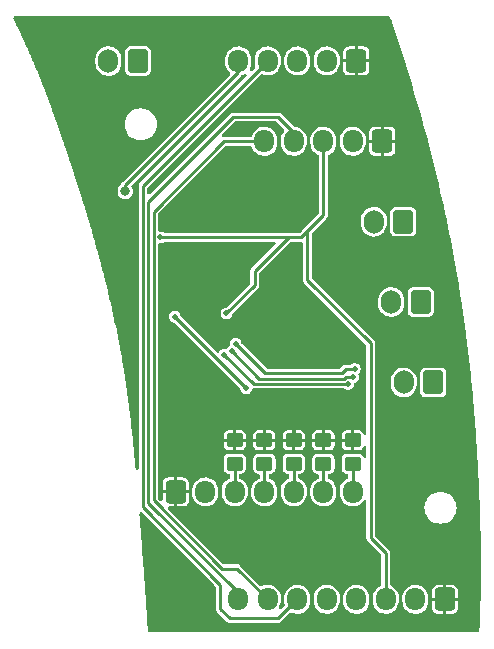
<source format=gbl>
%TF.GenerationSoftware,KiCad,Pcbnew,7.0.6*%
%TF.CreationDate,2023-07-13T14:38:49+02:00*%
%TF.ProjectId,RH_GripLogicBoard_FreeJoy,52485f47-7269-4704-9c6f-676963426f61,rev?*%
%TF.SameCoordinates,Original*%
%TF.FileFunction,Copper,L2,Bot*%
%TF.FilePolarity,Positive*%
%FSLAX46Y46*%
G04 Gerber Fmt 4.6, Leading zero omitted, Abs format (unit mm)*
G04 Created by KiCad (PCBNEW 7.0.6) date 2023-07-13 14:38:49*
%MOMM*%
%LPD*%
G01*
G04 APERTURE LIST*
G04 Aperture macros list*
%AMRoundRect*
0 Rectangle with rounded corners*
0 $1 Rounding radius*
0 $2 $3 $4 $5 $6 $7 $8 $9 X,Y pos of 4 corners*
0 Add a 4 corners polygon primitive as box body*
4,1,4,$2,$3,$4,$5,$6,$7,$8,$9,$2,$3,0*
0 Add four circle primitives for the rounded corners*
1,1,$1+$1,$2,$3*
1,1,$1+$1,$4,$5*
1,1,$1+$1,$6,$7*
1,1,$1+$1,$8,$9*
0 Add four rect primitives between the rounded corners*
20,1,$1+$1,$2,$3,$4,$5,0*
20,1,$1+$1,$4,$5,$6,$7,0*
20,1,$1+$1,$6,$7,$8,$9,0*
20,1,$1+$1,$8,$9,$2,$3,0*%
G04 Aperture macros list end*
%TA.AperFunction,ComponentPad*%
%ADD10RoundRect,0.250000X-0.600000X-0.725000X0.600000X-0.725000X0.600000X0.725000X-0.600000X0.725000X0*%
%TD*%
%TA.AperFunction,ComponentPad*%
%ADD11O,1.700000X1.950000*%
%TD*%
%TA.AperFunction,ComponentPad*%
%ADD12RoundRect,0.250000X0.600000X0.725000X-0.600000X0.725000X-0.600000X-0.725000X0.600000X-0.725000X0*%
%TD*%
%TA.AperFunction,ComponentPad*%
%ADD13RoundRect,0.250000X0.600000X0.750000X-0.600000X0.750000X-0.600000X-0.750000X0.600000X-0.750000X0*%
%TD*%
%TA.AperFunction,ComponentPad*%
%ADD14O,1.700000X2.000000*%
%TD*%
%TA.AperFunction,SMDPad,CuDef*%
%ADD15RoundRect,0.250000X0.450000X-0.350000X0.450000X0.350000X-0.450000X0.350000X-0.450000X-0.350000X0*%
%TD*%
%TA.AperFunction,ViaPad*%
%ADD16C,0.800000*%
%TD*%
%TA.AperFunction,ViaPad*%
%ADD17C,0.500000*%
%TD*%
%TA.AperFunction,Conductor*%
%ADD18C,0.250000*%
%TD*%
G04 APERTURE END LIST*
D10*
X33890000Y-55520000D03*
D11*
X36390000Y-55520000D03*
X38890000Y-55520000D03*
X41390000Y-55520000D03*
X43890000Y-55520000D03*
X46390000Y-55520000D03*
X48890000Y-55520000D03*
D12*
X51390000Y-25830000D03*
D11*
X48890000Y-25830000D03*
X46390000Y-25830000D03*
X43890000Y-25830000D03*
X41390000Y-25830000D03*
D12*
X56680000Y-64610000D03*
D11*
X54180000Y-64610000D03*
X51680000Y-64610000D03*
X49180000Y-64610000D03*
X46680000Y-64610000D03*
X44180000Y-64610000D03*
X41680000Y-64610000D03*
X39180000Y-64610000D03*
D12*
X49180000Y-19030000D03*
D11*
X46680000Y-19030000D03*
X44180000Y-19030000D03*
X41680000Y-19030000D03*
X39180000Y-19030000D03*
D13*
X54630000Y-39440000D03*
D14*
X52130000Y-39440000D03*
D13*
X53160000Y-32640000D03*
D14*
X50660000Y-32640000D03*
D13*
X30700000Y-19035000D03*
D14*
X28200000Y-19035000D03*
D13*
X55700000Y-46250000D03*
D14*
X53200000Y-46250000D03*
D15*
X48890000Y-53135000D03*
X48890000Y-51135000D03*
X38889999Y-53135000D03*
X38889999Y-51135000D03*
X41389999Y-53135000D03*
X41389999Y-51135000D03*
X46390000Y-53135000D03*
X46390000Y-51135000D03*
X43889999Y-53135000D03*
X43889999Y-51135000D03*
D16*
X48920000Y-48020000D03*
X37770000Y-29620000D03*
D17*
X27930000Y-22810000D03*
X55230000Y-50090000D03*
D16*
X41370000Y-40620000D03*
D17*
X32595500Y-33970000D03*
X38190000Y-40410000D03*
D16*
X29620000Y-30070000D03*
D17*
X49042639Y-45111342D03*
X38958645Y-42970344D03*
X48890885Y-45794185D03*
X38651288Y-43598703D03*
X48500323Y-46374500D03*
X38020000Y-43900000D03*
X39860000Y-46730000D03*
X33810000Y-40680000D03*
D18*
X43889999Y-51135000D02*
X43889999Y-49839999D01*
X38190000Y-40410000D02*
X40590000Y-38010000D01*
X45030000Y-33440000D02*
X46390000Y-32080000D01*
X44500000Y-33970000D02*
X45030000Y-33440000D01*
X46390000Y-32080000D02*
X46390000Y-25830000D01*
X32595500Y-33970000D02*
X44500000Y-33970000D01*
X51680000Y-60690000D02*
X51680000Y-64610000D01*
X45030000Y-37560000D02*
X50420000Y-42950000D01*
X50420000Y-42950000D02*
X50420000Y-59430000D01*
X40590000Y-38010000D02*
X40590000Y-36830000D01*
X45030000Y-33440000D02*
X45030000Y-37560000D01*
X50420000Y-59430000D02*
X51680000Y-60690000D01*
X40590000Y-36830000D02*
X43450000Y-33970000D01*
X39180000Y-20005000D02*
X39180000Y-19030000D01*
X29620000Y-29565000D02*
X39180000Y-20005000D01*
X29620000Y-30070000D02*
X29620000Y-29565000D01*
X37670000Y-63370000D02*
X37670000Y-65420000D01*
X42570000Y-66220000D02*
X44180000Y-64610000D01*
X38470000Y-66220000D02*
X42570000Y-66220000D01*
X31120000Y-56820000D02*
X37670000Y-63370000D01*
X41680000Y-19030000D02*
X31120000Y-29590000D01*
X31120000Y-29590000D02*
X31120000Y-56820000D01*
X37670000Y-65420000D02*
X38470000Y-66220000D01*
X41390000Y-55520000D02*
X41390000Y-53135000D01*
X43890000Y-55520000D02*
X43890000Y-53135000D01*
X38890000Y-55520000D02*
X38890000Y-53135000D01*
X48313912Y-45111342D02*
X49042639Y-45111342D01*
X41460000Y-45470000D02*
X47955254Y-45470000D01*
X38960344Y-42970344D02*
X41460000Y-45470000D01*
X38958645Y-42970344D02*
X38960344Y-42970344D01*
X47955254Y-45470000D02*
X48313912Y-45111342D01*
X38651288Y-43598703D02*
X40972585Y-45920000D01*
X48141650Y-45920000D02*
X48267465Y-45794185D01*
X40972585Y-45920000D02*
X48141650Y-45920000D01*
X48267465Y-45794185D02*
X48890885Y-45794185D01*
X40490000Y-46370000D02*
X48495823Y-46370000D01*
X38020000Y-43900000D02*
X40490000Y-46370000D01*
X48495823Y-46370000D02*
X48500323Y-46374500D01*
X42570000Y-23770000D02*
X43890000Y-25090000D01*
X31570000Y-56420000D02*
X31570000Y-30970000D01*
X43890000Y-25090000D02*
X43890000Y-25830000D01*
X31570000Y-30970000D02*
X38770000Y-23770000D01*
X38770000Y-23770000D02*
X42570000Y-23770000D01*
X39180000Y-64030000D02*
X31570000Y-56420000D01*
X39180000Y-64610000D02*
X39180000Y-64030000D01*
X33810000Y-40680000D02*
X39860000Y-46730000D01*
X41680000Y-64610000D02*
X39071802Y-62001802D01*
X32020000Y-31820000D02*
X38010000Y-25830000D01*
X39071802Y-62001802D02*
X37788198Y-62001802D01*
X38010000Y-25830000D02*
X41390000Y-25830000D01*
X37788198Y-62001802D02*
X32020000Y-56233604D01*
X32020000Y-56233604D02*
X32020000Y-31820000D01*
X46390000Y-55520000D02*
X46390000Y-53135000D01*
X48890000Y-55520000D02*
X48890000Y-53135000D01*
%TA.AperFunction,Conductor*%
G36*
X52014448Y-15270185D02*
G01*
X52060203Y-15322989D01*
X52064574Y-15333901D01*
X52073946Y-15360948D01*
X52122223Y-15500741D01*
X52170335Y-15640533D01*
X52218120Y-15779850D01*
X52265834Y-15919433D01*
X52313285Y-16058720D01*
X52360963Y-16199152D01*
X52408214Y-16338806D01*
X52455643Y-16479472D01*
X52482910Y-16560569D01*
X52486839Y-16572254D01*
X52528326Y-16695982D01*
X52570012Y-16820684D01*
X52611484Y-16945133D01*
X52652630Y-17068982D01*
X52693889Y-17193555D01*
X52735225Y-17318757D01*
X52776224Y-17443327D01*
X52816805Y-17567007D01*
X52857533Y-17691531D01*
X52898456Y-17817044D01*
X52939044Y-17941928D01*
X52979429Y-18066581D01*
X53019842Y-18191719D01*
X53060054Y-18316632D01*
X53100113Y-18441470D01*
X53140001Y-18566177D01*
X53393878Y-19369338D01*
X53639437Y-20162297D01*
X53877055Y-20945592D01*
X54106789Y-21718728D01*
X54328763Y-22481420D01*
X54543147Y-23233549D01*
X54750077Y-23974872D01*
X54949694Y-24705169D01*
X55142124Y-25424166D01*
X55327531Y-26131736D01*
X55505950Y-26827241D01*
X55677659Y-27510992D01*
X55842756Y-28182611D01*
X56001293Y-28841517D01*
X56153513Y-29487904D01*
X56299496Y-30121312D01*
X56439418Y-30741653D01*
X56573400Y-31348651D01*
X56701515Y-31941752D01*
X56823940Y-32520907D01*
X56940913Y-33086362D01*
X57052450Y-33637308D01*
X57158729Y-34173706D01*
X57259912Y-34695446D01*
X57356015Y-35201661D01*
X57447369Y-35693143D01*
X57533960Y-36168848D01*
X57616013Y-36629016D01*
X57693547Y-37072749D01*
X57766872Y-37500802D01*
X57836014Y-37912293D01*
X57901131Y-38307121D01*
X57925286Y-38455551D01*
X57949365Y-38604767D01*
X57973206Y-38753764D01*
X57988284Y-38848812D01*
X57996869Y-38902924D01*
X58020301Y-39051891D01*
X58043496Y-39200620D01*
X58066655Y-39350396D01*
X58089419Y-39498898D01*
X58112073Y-39647962D01*
X58134587Y-39797404D01*
X58156942Y-39947083D01*
X58178990Y-40096004D01*
X58200980Y-40245846D01*
X58216552Y-40352886D01*
X58222717Y-40395268D01*
X58244197Y-40544239D01*
X58265603Y-40694023D01*
X58286746Y-40843290D01*
X58307808Y-40993311D01*
X58328592Y-41142699D01*
X58349205Y-41292195D01*
X58369673Y-41441984D01*
X58389820Y-41590758D01*
X58409881Y-41740264D01*
X58429904Y-41890853D01*
X58449583Y-42040226D01*
X58469122Y-42189909D01*
X58488419Y-42339106D01*
X58507713Y-42489678D01*
X58526634Y-42638731D01*
X58531698Y-42678992D01*
X58545442Y-42788276D01*
X58564131Y-42938293D01*
X58582659Y-43088424D01*
X58623893Y-43427792D01*
X58664327Y-43767913D01*
X58703843Y-44107717D01*
X58742604Y-44448553D01*
X58780468Y-44789085D01*
X58817481Y-45129625D01*
X58853717Y-45470805D01*
X58889120Y-45812010D01*
X58923740Y-46153666D01*
X58957541Y-46495315D01*
X58990562Y-46837277D01*
X59022754Y-47178945D01*
X59054217Y-47521308D01*
X59084831Y-47862964D01*
X59114720Y-48205200D01*
X59143858Y-48547621D01*
X59172236Y-48890072D01*
X59199847Y-49232327D01*
X59226742Y-49574936D01*
X59252882Y-49917308D01*
X59278255Y-50259156D01*
X59302946Y-50601508D01*
X59326929Y-50943921D01*
X59350193Y-51286160D01*
X59372767Y-51628482D01*
X59394641Y-51970664D01*
X59415798Y-52312303D01*
X59436303Y-52654301D01*
X59456133Y-52996165D01*
X59475264Y-53337354D01*
X59493761Y-53678901D01*
X59511592Y-54020036D01*
X59517606Y-54137945D01*
X59523535Y-54255665D01*
X59529446Y-54374564D01*
X59535274Y-54493341D01*
X59540981Y-54611173D01*
X59546584Y-54728432D01*
X59549561Y-54791543D01*
X59552198Y-54847459D01*
X59557655Y-54964754D01*
X59563162Y-55084780D01*
X59568428Y-55201123D01*
X59573801Y-55321506D01*
X59578931Y-55438118D01*
X59584087Y-55556943D01*
X59589088Y-55673934D01*
X59594092Y-55792690D01*
X59599027Y-55911570D01*
X59603902Y-56030780D01*
X59608643Y-56148501D01*
X59613307Y-56266097D01*
X59617977Y-56385690D01*
X59622468Y-56502507D01*
X59626987Y-56621956D01*
X59631353Y-56739254D01*
X59635706Y-56858169D01*
X59639982Y-56976940D01*
X59644135Y-57094228D01*
X59648217Y-57211491D01*
X59652318Y-57331394D01*
X59656252Y-57448504D01*
X59660191Y-57567860D01*
X59663998Y-57685309D01*
X59667804Y-57804929D01*
X59672698Y-57962197D01*
X59678057Y-58138828D01*
X59683732Y-58331124D01*
X59686660Y-58432594D01*
X59689629Y-58537171D01*
X59692610Y-58643960D01*
X59695666Y-58755471D01*
X59698704Y-58868460D01*
X59701773Y-58984930D01*
X59704762Y-59100949D01*
X59707827Y-59222681D01*
X59710780Y-59343032D01*
X59713737Y-59466863D01*
X59716616Y-59590991D01*
X59719426Y-59716126D01*
X59722156Y-59841993D01*
X59724782Y-59967817D01*
X59727316Y-60094465D01*
X59729723Y-60220542D01*
X59732022Y-60347417D01*
X59734000Y-60463165D01*
X59734177Y-60473490D01*
X59736171Y-60598252D01*
X59738011Y-60722533D01*
X59739676Y-60845570D01*
X59741159Y-60967420D01*
X59742449Y-61087881D01*
X59743526Y-61206066D01*
X59744387Y-61322382D01*
X59745017Y-61436393D01*
X59745626Y-61621165D01*
X59745787Y-61805906D01*
X59745507Y-61990786D01*
X59744798Y-62175506D01*
X59743671Y-62359696D01*
X59742131Y-62544616D01*
X59740197Y-62728903D01*
X59737867Y-62913770D01*
X59735159Y-63098477D01*
X59732089Y-63282840D01*
X59728661Y-63467267D01*
X59724880Y-63652073D01*
X59720746Y-63837510D01*
X59716307Y-64022074D01*
X59711534Y-64207393D01*
X59706453Y-64392856D01*
X59702175Y-64541113D01*
X59697687Y-64690175D01*
X59693031Y-64838982D01*
X59688262Y-64986266D01*
X59683312Y-65134345D01*
X59678317Y-65279454D01*
X59673229Y-65423401D01*
X59668035Y-65566802D01*
X59662866Y-65706260D01*
X59657642Y-65844289D01*
X59652430Y-65979301D01*
X59647284Y-66110198D01*
X59642103Y-66239726D01*
X59636991Y-66365455D01*
X59631992Y-66486543D01*
X59627147Y-66602250D01*
X59622427Y-66713456D01*
X59621339Y-66738753D01*
X59617837Y-66820205D01*
X59613383Y-66922567D01*
X59605201Y-67107465D01*
X59598158Y-67263404D01*
X59575470Y-67329485D01*
X59520655Y-67372811D01*
X59474285Y-67381807D01*
X31651374Y-67381807D01*
X31584335Y-67362122D01*
X31538580Y-67309318D01*
X31527592Y-67265149D01*
X31526923Y-67253875D01*
X31525209Y-67224765D01*
X31525182Y-67224530D01*
X31521250Y-67158207D01*
X31521248Y-67157964D01*
X31519573Y-67129928D01*
X31517963Y-67102763D01*
X31517937Y-67102532D01*
X31513947Y-67035698D01*
X31513945Y-67035477D01*
X31512302Y-67008152D01*
X31510833Y-66983544D01*
X31510832Y-66983541D01*
X31510648Y-66980456D01*
X31510621Y-66980216D01*
X31506615Y-66913602D01*
X31506614Y-66913379D01*
X31506433Y-66910397D01*
X31506434Y-66910394D01*
X31504917Y-66885349D01*
X31503468Y-66861238D01*
X31503466Y-66861233D01*
X31503305Y-66858544D01*
X31503282Y-66858334D01*
X31499224Y-66791327D01*
X31499223Y-66791095D01*
X31497511Y-66763004D01*
X31495869Y-66735888D01*
X31495844Y-66735670D01*
X31491756Y-66668608D01*
X31491754Y-66668387D01*
X31490027Y-66640226D01*
X31488399Y-66613513D01*
X31488372Y-66613277D01*
X31484230Y-66545792D01*
X31484229Y-66545562D01*
X31482453Y-66516824D01*
X31481882Y-66507519D01*
X31481025Y-66493544D01*
X31481024Y-66493541D01*
X31480854Y-66490767D01*
X31480829Y-66490541D01*
X31480280Y-66481658D01*
X31476660Y-66423081D01*
X31476659Y-66422849D01*
X31474946Y-66395328D01*
X31473241Y-66367720D01*
X31473214Y-66367477D01*
X31472783Y-66360546D01*
X31469011Y-66299924D01*
X31469010Y-66299728D01*
X31468832Y-66296892D01*
X31468833Y-66296889D01*
X31467354Y-66273268D01*
X31465766Y-66247738D01*
X31465765Y-66247735D01*
X31465586Y-66244854D01*
X31465561Y-66244645D01*
X31461324Y-66176952D01*
X31461321Y-66176725D01*
X31459640Y-66150063D01*
X31459640Y-66150062D01*
X31458048Y-66124628D01*
X31458046Y-66124621D01*
X31457868Y-66121777D01*
X31457843Y-66121552D01*
X31453569Y-66053757D01*
X31453568Y-66053534D01*
X31451788Y-66025490D01*
X31451676Y-66023713D01*
X31450269Y-66001373D01*
X31450268Y-66001369D01*
X31450079Y-65998370D01*
X31450053Y-65998151D01*
X31445748Y-65930272D01*
X31445744Y-65930039D01*
X31445557Y-65927118D01*
X31445558Y-65927116D01*
X31443885Y-65900911D01*
X31443885Y-65900910D01*
X31442245Y-65875043D01*
X31442217Y-65874804D01*
X31437874Y-65806799D01*
X31437871Y-65806575D01*
X31437678Y-65803571D01*
X31437679Y-65803566D01*
X31435957Y-65776773D01*
X31434530Y-65754421D01*
X31434340Y-65751438D01*
X31434314Y-65751215D01*
X31429936Y-65683083D01*
X31429933Y-65682864D01*
X31428196Y-65656016D01*
X31426879Y-65635519D01*
X31426571Y-65630720D01*
X31426570Y-65630717D01*
X31426383Y-65627803D01*
X31426357Y-65627576D01*
X31421943Y-65559350D01*
X31421941Y-65559105D01*
X31420069Y-65530363D01*
X31419957Y-65528626D01*
X31418550Y-65506864D01*
X31418548Y-65506860D01*
X31418374Y-65504155D01*
X31418350Y-65503946D01*
X31413866Y-65435068D01*
X31413863Y-65434841D01*
X31413676Y-65431994D01*
X31413677Y-65431992D01*
X31412718Y-65417350D01*
X31412011Y-65406550D01*
X31410279Y-65379954D01*
X31410254Y-65379737D01*
X31405767Y-65311230D01*
X31405764Y-65311026D01*
X31404057Y-65285123D01*
X31403686Y-65279454D01*
X31402325Y-65258678D01*
X31402324Y-65258675D01*
X31402136Y-65255802D01*
X31402109Y-65255574D01*
X31397556Y-65186479D01*
X31397552Y-65186249D01*
X31395693Y-65158219D01*
X31394880Y-65145875D01*
X31394120Y-65134345D01*
X31394119Y-65134343D01*
X31393927Y-65131420D01*
X31393901Y-65131206D01*
X31389315Y-65062064D01*
X31389313Y-65061849D01*
X31387394Y-65033082D01*
X31385661Y-65006958D01*
X31385634Y-65006734D01*
X31381005Y-64937359D01*
X31381002Y-64937131D01*
X31380137Y-64924258D01*
X31379141Y-64909422D01*
X31377524Y-64885180D01*
X31377523Y-64885179D01*
X31377333Y-64882317D01*
X31377306Y-64882095D01*
X31372651Y-64812772D01*
X31372648Y-64812551D01*
X31372440Y-64809481D01*
X31372441Y-64809479D01*
X31370778Y-64784871D01*
X31369132Y-64760342D01*
X31369131Y-64760339D01*
X31368926Y-64757281D01*
X31368899Y-64757055D01*
X31364219Y-64687769D01*
X31364216Y-64687550D01*
X31364006Y-64684468D01*
X31364007Y-64684466D01*
X31362429Y-64661250D01*
X31360679Y-64635333D01*
X31360678Y-64635332D01*
X31360481Y-64632402D01*
X31360452Y-64632159D01*
X31355703Y-64562275D01*
X31355700Y-64562042D01*
X31353638Y-64531877D01*
X31353618Y-64531578D01*
X31352162Y-64510148D01*
X31352160Y-64510144D01*
X31351962Y-64507217D01*
X31351937Y-64507012D01*
X31347150Y-64436990D01*
X31347147Y-64436779D01*
X31346950Y-64433920D01*
X31346951Y-64433917D01*
X31345153Y-64407768D01*
X31343582Y-64384785D01*
X31343581Y-64384781D01*
X31343394Y-64382045D01*
X31343369Y-64381832D01*
X31338535Y-64311534D01*
X31338530Y-64311301D01*
X31338327Y-64308374D01*
X31338328Y-64308371D01*
X31336556Y-64282755D01*
X31334939Y-64259241D01*
X31334937Y-64259236D01*
X31334752Y-64256535D01*
X31334728Y-64256333D01*
X31329855Y-64185910D01*
X31329853Y-64185708D01*
X31327999Y-64159062D01*
X31326040Y-64130742D01*
X31326012Y-64130505D01*
X31321101Y-64059925D01*
X31321097Y-64059708D01*
X31320888Y-64056729D01*
X31320889Y-64056726D01*
X31319192Y-64032482D01*
X31317461Y-64007598D01*
X31317460Y-64007596D01*
X31317262Y-64004743D01*
X31317235Y-64004519D01*
X31312286Y-63933810D01*
X31312283Y-63933599D01*
X31312073Y-63930624D01*
X31312074Y-63930622D01*
X31310329Y-63905839D01*
X31308626Y-63881495D01*
X31308624Y-63881490D01*
X31308412Y-63878450D01*
X31308386Y-63878240D01*
X31303400Y-63807404D01*
X31303397Y-63807187D01*
X31301370Y-63778553D01*
X31299518Y-63752234D01*
X31299492Y-63752024D01*
X31299032Y-63745532D01*
X31294463Y-63680987D01*
X31294458Y-63680671D01*
X31292516Y-63653457D01*
X31292237Y-63649514D01*
X31290765Y-63628715D01*
X31290763Y-63628711D01*
X31290565Y-63625901D01*
X31290527Y-63625588D01*
X31276750Y-63432540D01*
X31276743Y-63432175D01*
X31275192Y-63410656D01*
X31274794Y-63405126D01*
X31273025Y-63380328D01*
X31273023Y-63380323D01*
X31272812Y-63377358D01*
X31272766Y-63376989D01*
X31258034Y-63172506D01*
X31258027Y-63172174D01*
X31257817Y-63169287D01*
X31257818Y-63169283D01*
X31256046Y-63144904D01*
X31254268Y-63120218D01*
X31254266Y-63120212D01*
X31254069Y-63117473D01*
X31254029Y-63117147D01*
X31239737Y-62920449D01*
X31238356Y-62901445D01*
X31238349Y-62901148D01*
X31238138Y-62898271D01*
X31238139Y-62898267D01*
X31236333Y-62873607D01*
X31234559Y-62849190D01*
X31234558Y-62849187D01*
X31234362Y-62846486D01*
X31234324Y-62846176D01*
X31227955Y-62759200D01*
X31217768Y-62620087D01*
X31217763Y-62619822D01*
X31215774Y-62592851D01*
X31215491Y-62588983D01*
X31213955Y-62568007D01*
X31213954Y-62568004D01*
X31213750Y-62565215D01*
X31213716Y-62564947D01*
X31196376Y-62329830D01*
X31196371Y-62329575D01*
X31196144Y-62326523D01*
X31196145Y-62326520D01*
X31194379Y-62302731D01*
X31192513Y-62277426D01*
X31192512Y-62277425D01*
X31192306Y-62274619D01*
X31192272Y-62274347D01*
X31174179Y-62030611D01*
X31174174Y-62030375D01*
X31173945Y-62027314D01*
X31173946Y-62027311D01*
X31172070Y-62002195D01*
X31170290Y-61978212D01*
X31170289Y-61978209D01*
X31170076Y-61975337D01*
X31170047Y-61975099D01*
X31151264Y-61723601D01*
X31151259Y-61723398D01*
X31151021Y-61720232D01*
X31151022Y-61720228D01*
X31149307Y-61697401D01*
X31147345Y-61671125D01*
X31147343Y-61671119D01*
X31147122Y-61668156D01*
X31147093Y-61667920D01*
X31127669Y-61409330D01*
X31127663Y-61409091D01*
X31125538Y-61380972D01*
X31123519Y-61354083D01*
X31123490Y-61353851D01*
X31122732Y-61343817D01*
X31103476Y-61088877D01*
X31103472Y-61088651D01*
X31101274Y-61059700D01*
X31101163Y-61058228D01*
X31099513Y-61036383D01*
X31099511Y-61036379D01*
X31099275Y-61033245D01*
X31099249Y-61033044D01*
X31095726Y-60986645D01*
X31078696Y-60762331D01*
X31078692Y-60762132D01*
X31076602Y-60734746D01*
X31075133Y-60715394D01*
X31074743Y-60710254D01*
X31074742Y-60710250D01*
X31074530Y-60707458D01*
X31074505Y-60707258D01*
X31066187Y-60598251D01*
X31053465Y-60431533D01*
X31053462Y-60431352D01*
X31051465Y-60405314D01*
X31049254Y-60376330D01*
X31049225Y-60376100D01*
X31044458Y-60313935D01*
X31028765Y-60109268D01*
X31027793Y-60096589D01*
X31027788Y-60096399D01*
X31027557Y-60093405D01*
X31027558Y-60093401D01*
X31025617Y-60068209D01*
X31023783Y-60044291D01*
X31023782Y-60044288D01*
X31023545Y-60041195D01*
X31023519Y-60040991D01*
X31001743Y-59758357D01*
X31001737Y-59758145D01*
X30999509Y-59729357D01*
X30997708Y-59705981D01*
X30997707Y-59705979D01*
X30997479Y-59703013D01*
X30997452Y-59702802D01*
X30975364Y-59417495D01*
X30975360Y-59417307D01*
X30975122Y-59414252D01*
X30975123Y-59414249D01*
X30973193Y-59389439D01*
X30971312Y-59365139D01*
X30971310Y-59365135D01*
X30971075Y-59362089D01*
X30971050Y-59361893D01*
X30948725Y-59074864D01*
X30948719Y-59074655D01*
X30946484Y-59046064D01*
X30946484Y-59046063D01*
X30944654Y-59022525D01*
X30944653Y-59022522D01*
X30944434Y-59019703D01*
X30944409Y-59019512D01*
X30921876Y-58731175D01*
X30921870Y-58730956D01*
X30919608Y-58702146D01*
X30917574Y-58676118D01*
X30917549Y-58675920D01*
X30894885Y-58387291D01*
X30894880Y-58387089D01*
X30894647Y-58384142D01*
X30894648Y-58384139D01*
X30892668Y-58359045D01*
X30891237Y-58340818D01*
X30890546Y-58332012D01*
X30890518Y-58331796D01*
X30872149Y-58098993D01*
X30867820Y-58044132D01*
X30867815Y-58043905D01*
X30865476Y-58014402D01*
X30863450Y-57988729D01*
X30863424Y-57988535D01*
X30840699Y-57701912D01*
X30840693Y-57701695D01*
X30840455Y-57698716D01*
X30840456Y-57698714D01*
X30838526Y-57674501D01*
X30836554Y-57649621D01*
X30836553Y-57649619D01*
X30836338Y-57646900D01*
X30836310Y-57646685D01*
X30813612Y-57361843D01*
X30813607Y-57361632D01*
X30813371Y-57358685D01*
X30812900Y-57352809D01*
X30827164Y-57284414D01*
X30876143Y-57234585D01*
X30944286Y-57219147D01*
X31009958Y-57243001D01*
X31024184Y-57255222D01*
X37258181Y-63489218D01*
X37291666Y-63550541D01*
X37294500Y-63576899D01*
X37294500Y-65368196D01*
X37291862Y-65393634D01*
X37289633Y-65404268D01*
X37289633Y-65404269D01*
X37289633Y-65404271D01*
X37294023Y-65439491D01*
X37294500Y-65447167D01*
X37294500Y-65451116D01*
X37298342Y-65474141D01*
X37305134Y-65528627D01*
X37307373Y-65536147D01*
X37309934Y-65543608D01*
X37309935Y-65543610D01*
X37324478Y-65570484D01*
X37336055Y-65591877D01*
X37360174Y-65641211D01*
X37364742Y-65647609D01*
X37369582Y-65653827D01*
X37409970Y-65691008D01*
X38167850Y-66448888D01*
X38183975Y-66468744D01*
X38189913Y-66477832D01*
X38189916Y-66477836D01*
X38206239Y-66490541D01*
X38217925Y-66499636D01*
X38223687Y-66504725D01*
X38226482Y-66507520D01*
X38245495Y-66521094D01*
X38288811Y-66554809D01*
X38288818Y-66554811D01*
X38295720Y-66558547D01*
X38302796Y-66562006D01*
X38302801Y-66562010D01*
X38355402Y-66577670D01*
X38355403Y-66577670D01*
X38407338Y-66595500D01*
X38415072Y-66596790D01*
X38422910Y-66597767D01*
X38422912Y-66597768D01*
X38422913Y-66597767D01*
X38422914Y-66597768D01*
X38477756Y-66595500D01*
X42518196Y-66595500D01*
X42543641Y-66598139D01*
X42547440Y-66598935D01*
X42554268Y-66600367D01*
X42575225Y-66597754D01*
X42589492Y-66595977D01*
X42597168Y-66595500D01*
X42601112Y-66595500D01*
X42601114Y-66595500D01*
X42601116Y-66595499D01*
X42601122Y-66595499D01*
X42616487Y-66592934D01*
X42624140Y-66591657D01*
X42678626Y-66584866D01*
X42678627Y-66584865D01*
X42678629Y-66584865D01*
X42686141Y-66582628D01*
X42693606Y-66580066D01*
X42693606Y-66580065D01*
X42693610Y-66580065D01*
X42741877Y-66553944D01*
X42791211Y-66529826D01*
X42791213Y-66529823D01*
X42797594Y-66525268D01*
X42803819Y-66520422D01*
X42803826Y-66520419D01*
X42841007Y-66480029D01*
X43564516Y-65756520D01*
X43625837Y-65723037D01*
X43695529Y-65728021D01*
X43714190Y-65736813D01*
X43720756Y-65740604D01*
X43833725Y-65779703D01*
X43911366Y-65806575D01*
X43919367Y-65809344D01*
X44127398Y-65839254D01*
X44337330Y-65829254D01*
X44541576Y-65779704D01*
X44627199Y-65740601D01*
X44732743Y-65692401D01*
X44732746Y-65692399D01*
X44732753Y-65692396D01*
X44903952Y-65570486D01*
X44908623Y-65565588D01*
X45048985Y-65418379D01*
X45049576Y-65417460D01*
X45162613Y-65241572D01*
X45240725Y-65046457D01*
X45280500Y-64840085D01*
X45280500Y-64787425D01*
X45579500Y-64787425D01*
X45594472Y-64944218D01*
X45653684Y-65145875D01*
X45719024Y-65272618D01*
X45749991Y-65332686D01*
X45879905Y-65497883D01*
X45879909Y-65497887D01*
X46038746Y-65635521D01*
X46220750Y-65740601D01*
X46220752Y-65740601D01*
X46220756Y-65740604D01*
X46419367Y-65809344D01*
X46627398Y-65839254D01*
X46837330Y-65829254D01*
X47041576Y-65779704D01*
X47127199Y-65740601D01*
X47232743Y-65692401D01*
X47232746Y-65692399D01*
X47232753Y-65692396D01*
X47403952Y-65570486D01*
X47408623Y-65565588D01*
X47548985Y-65418379D01*
X47549576Y-65417460D01*
X47662613Y-65241572D01*
X47740725Y-65046457D01*
X47780500Y-64840085D01*
X47780500Y-64787425D01*
X48079500Y-64787425D01*
X48094472Y-64944218D01*
X48153684Y-65145875D01*
X48219024Y-65272618D01*
X48249991Y-65332686D01*
X48379905Y-65497883D01*
X48379909Y-65497887D01*
X48538746Y-65635521D01*
X48720750Y-65740601D01*
X48720752Y-65740601D01*
X48720756Y-65740604D01*
X48919367Y-65809344D01*
X49127398Y-65839254D01*
X49337330Y-65829254D01*
X49541576Y-65779704D01*
X49627199Y-65740601D01*
X49732743Y-65692401D01*
X49732746Y-65692399D01*
X49732753Y-65692396D01*
X49903952Y-65570486D01*
X49908623Y-65565588D01*
X50048985Y-65418379D01*
X50049576Y-65417460D01*
X50162613Y-65241572D01*
X50240725Y-65046457D01*
X50280500Y-64840085D01*
X50280500Y-64432575D01*
X50265528Y-64275782D01*
X50206316Y-64074125D01*
X50110011Y-63887318D01*
X50110009Y-63887316D01*
X50110008Y-63887313D01*
X49980094Y-63722116D01*
X49980090Y-63722112D01*
X49821253Y-63584478D01*
X49639249Y-63479398D01*
X49639245Y-63479396D01*
X49639244Y-63479396D01*
X49440633Y-63410656D01*
X49232602Y-63380746D01*
X49232598Y-63380746D01*
X49022672Y-63390745D01*
X48818421Y-63440296D01*
X48818417Y-63440298D01*
X48627256Y-63527598D01*
X48627251Y-63527601D01*
X48456046Y-63649515D01*
X48456040Y-63649520D01*
X48311014Y-63801620D01*
X48197388Y-63978425D01*
X48119274Y-64173544D01*
X48092724Y-64311301D01*
X48079500Y-64379915D01*
X48079500Y-64787425D01*
X47780500Y-64787425D01*
X47780500Y-64432575D01*
X47765528Y-64275782D01*
X47706316Y-64074125D01*
X47610011Y-63887318D01*
X47610009Y-63887316D01*
X47610008Y-63887313D01*
X47480094Y-63722116D01*
X47480090Y-63722112D01*
X47321253Y-63584478D01*
X47139249Y-63479398D01*
X47139245Y-63479396D01*
X47139244Y-63479396D01*
X46940633Y-63410656D01*
X46732602Y-63380746D01*
X46732598Y-63380746D01*
X46522672Y-63390745D01*
X46318421Y-63440296D01*
X46318417Y-63440298D01*
X46127256Y-63527598D01*
X46127251Y-63527601D01*
X45956046Y-63649515D01*
X45956040Y-63649520D01*
X45811014Y-63801620D01*
X45697388Y-63978425D01*
X45619274Y-64173544D01*
X45592724Y-64311301D01*
X45579500Y-64379915D01*
X45579500Y-64787425D01*
X45280500Y-64787425D01*
X45280500Y-64432575D01*
X45265528Y-64275782D01*
X45206316Y-64074125D01*
X45110011Y-63887318D01*
X45110009Y-63887316D01*
X45110008Y-63887313D01*
X44980094Y-63722116D01*
X44980090Y-63722112D01*
X44821253Y-63584478D01*
X44639249Y-63479398D01*
X44639245Y-63479396D01*
X44639244Y-63479396D01*
X44440633Y-63410656D01*
X44232602Y-63380746D01*
X44232598Y-63380746D01*
X44022672Y-63390745D01*
X43818421Y-63440296D01*
X43818417Y-63440298D01*
X43627256Y-63527598D01*
X43627251Y-63527601D01*
X43456046Y-63649515D01*
X43456040Y-63649520D01*
X43311014Y-63801620D01*
X43197388Y-63978425D01*
X43119274Y-64173544D01*
X43092724Y-64311301D01*
X43079500Y-64379915D01*
X43079500Y-64787425D01*
X43092566Y-64924258D01*
X43094472Y-64944217D01*
X43094473Y-64944224D01*
X43123741Y-65043901D01*
X43123741Y-65113770D01*
X43092445Y-65166516D01*
X42840113Y-65418848D01*
X42778790Y-65452333D01*
X42709098Y-65447349D01*
X42653165Y-65405477D01*
X42628748Y-65340013D01*
X42643600Y-65271740D01*
X42648118Y-65264126D01*
X42651620Y-65258678D01*
X42662613Y-65241572D01*
X42740725Y-65046457D01*
X42780500Y-64840085D01*
X42780500Y-64432575D01*
X42765528Y-64275782D01*
X42706316Y-64074125D01*
X42610011Y-63887318D01*
X42610009Y-63887316D01*
X42610008Y-63887313D01*
X42480094Y-63722116D01*
X42480090Y-63722112D01*
X42321253Y-63584478D01*
X42139249Y-63479398D01*
X42139245Y-63479396D01*
X42139244Y-63479396D01*
X41940633Y-63410656D01*
X41732602Y-63380746D01*
X41732598Y-63380746D01*
X41522672Y-63390745D01*
X41318427Y-63440295D01*
X41318425Y-63440295D01*
X41290910Y-63452861D01*
X41206516Y-63491402D01*
X41137360Y-63501345D01*
X41073804Y-63472320D01*
X41067326Y-63466288D01*
X39373951Y-61772913D01*
X39357824Y-61753054D01*
X39351888Y-61743969D01*
X39351885Y-61743965D01*
X39323876Y-61722165D01*
X39318112Y-61717074D01*
X39315317Y-61714279D01*
X39296307Y-61700708D01*
X39292058Y-61697401D01*
X39288447Y-61694590D01*
X39252991Y-61666992D01*
X39246076Y-61663250D01*
X39239002Y-61659792D01*
X39186398Y-61644131D01*
X39134460Y-61626301D01*
X39126725Y-61625010D01*
X39118887Y-61624033D01*
X39064046Y-61626302D01*
X37995097Y-61626302D01*
X37928058Y-61606617D01*
X37907416Y-61589983D01*
X33274115Y-56956681D01*
X33240630Y-56895358D01*
X33245614Y-56825666D01*
X33287486Y-56769733D01*
X33352950Y-56745316D01*
X33361796Y-56745000D01*
X33765000Y-56745000D01*
X33765000Y-55981912D01*
X33856025Y-55995000D01*
X33923975Y-55995000D01*
X34015000Y-55981912D01*
X34015000Y-56745000D01*
X34537828Y-56745000D01*
X34537844Y-56744999D01*
X34597372Y-56738598D01*
X34597379Y-56738596D01*
X34732086Y-56688354D01*
X34732093Y-56688350D01*
X34847187Y-56602190D01*
X34847190Y-56602187D01*
X34933350Y-56487093D01*
X34933354Y-56487086D01*
X34983596Y-56352379D01*
X34983598Y-56352372D01*
X34989999Y-56292844D01*
X34990000Y-56292827D01*
X34990000Y-55697425D01*
X35289500Y-55697425D01*
X35302566Y-55834258D01*
X35304472Y-55854217D01*
X35304473Y-55854221D01*
X35350213Y-56009999D01*
X35363684Y-56055875D01*
X35444533Y-56212702D01*
X35459991Y-56242686D01*
X35589905Y-56407883D01*
X35589909Y-56407887D01*
X35748746Y-56545521D01*
X35930750Y-56650601D01*
X35930752Y-56650601D01*
X35930756Y-56650604D01*
X36129367Y-56719344D01*
X36337398Y-56749254D01*
X36547330Y-56739254D01*
X36751576Y-56689704D01*
X36837199Y-56650601D01*
X36942743Y-56602401D01*
X36942746Y-56602399D01*
X36942753Y-56602396D01*
X37113952Y-56480486D01*
X37183179Y-56407883D01*
X37258985Y-56328379D01*
X37271213Y-56309352D01*
X37372613Y-56151572D01*
X37450725Y-55956457D01*
X37490500Y-55750085D01*
X37490500Y-55697425D01*
X37789500Y-55697425D01*
X37802566Y-55834258D01*
X37804472Y-55854217D01*
X37804473Y-55854221D01*
X37850213Y-56009999D01*
X37863684Y-56055875D01*
X37944533Y-56212702D01*
X37959991Y-56242686D01*
X38089905Y-56407883D01*
X38089909Y-56407887D01*
X38248746Y-56545521D01*
X38430750Y-56650601D01*
X38430752Y-56650601D01*
X38430756Y-56650604D01*
X38629367Y-56719344D01*
X38837398Y-56749254D01*
X39047330Y-56739254D01*
X39251576Y-56689704D01*
X39337199Y-56650601D01*
X39442743Y-56602401D01*
X39442746Y-56602399D01*
X39442753Y-56602396D01*
X39613952Y-56480486D01*
X39683179Y-56407883D01*
X39758985Y-56328379D01*
X39771213Y-56309352D01*
X39872613Y-56151572D01*
X39950725Y-55956457D01*
X39990500Y-55750085D01*
X39990500Y-55697425D01*
X40289500Y-55697425D01*
X40302566Y-55834258D01*
X40304472Y-55854217D01*
X40304473Y-55854221D01*
X40350213Y-56009999D01*
X40363684Y-56055875D01*
X40444533Y-56212702D01*
X40459991Y-56242686D01*
X40589905Y-56407883D01*
X40589909Y-56407887D01*
X40748746Y-56545521D01*
X40930750Y-56650601D01*
X40930752Y-56650601D01*
X40930756Y-56650604D01*
X41129367Y-56719344D01*
X41337398Y-56749254D01*
X41547330Y-56739254D01*
X41751576Y-56689704D01*
X41837199Y-56650601D01*
X41942743Y-56602401D01*
X41942746Y-56602399D01*
X41942753Y-56602396D01*
X42113952Y-56480486D01*
X42183179Y-56407883D01*
X42258985Y-56328379D01*
X42271213Y-56309352D01*
X42372613Y-56151572D01*
X42450725Y-55956457D01*
X42490500Y-55750085D01*
X42490500Y-55697425D01*
X42789500Y-55697425D01*
X42802566Y-55834258D01*
X42804472Y-55854217D01*
X42804473Y-55854221D01*
X42850213Y-56009999D01*
X42863684Y-56055875D01*
X42944533Y-56212702D01*
X42959991Y-56242686D01*
X43089905Y-56407883D01*
X43089909Y-56407887D01*
X43248746Y-56545521D01*
X43430750Y-56650601D01*
X43430752Y-56650601D01*
X43430756Y-56650604D01*
X43629367Y-56719344D01*
X43837398Y-56749254D01*
X44047330Y-56739254D01*
X44251576Y-56689704D01*
X44337199Y-56650601D01*
X44442743Y-56602401D01*
X44442746Y-56602399D01*
X44442753Y-56602396D01*
X44613952Y-56480486D01*
X44683179Y-56407883D01*
X44758985Y-56328379D01*
X44771213Y-56309352D01*
X44872613Y-56151572D01*
X44950725Y-55956457D01*
X44990500Y-55750085D01*
X44990500Y-55697425D01*
X45289500Y-55697425D01*
X45302566Y-55834258D01*
X45304472Y-55854217D01*
X45304473Y-55854221D01*
X45350213Y-56009999D01*
X45363684Y-56055875D01*
X45444533Y-56212702D01*
X45459991Y-56242686D01*
X45589905Y-56407883D01*
X45589909Y-56407887D01*
X45748746Y-56545521D01*
X45930750Y-56650601D01*
X45930752Y-56650601D01*
X45930756Y-56650604D01*
X46129367Y-56719344D01*
X46337398Y-56749254D01*
X46547330Y-56739254D01*
X46751576Y-56689704D01*
X46837199Y-56650601D01*
X46942743Y-56602401D01*
X46942746Y-56602399D01*
X46942753Y-56602396D01*
X47113952Y-56480486D01*
X47183179Y-56407883D01*
X47258985Y-56328379D01*
X47271213Y-56309352D01*
X47372613Y-56151572D01*
X47450725Y-55956457D01*
X47490500Y-55750085D01*
X47490500Y-55342575D01*
X47475528Y-55185782D01*
X47416316Y-54984125D01*
X47320011Y-54797318D01*
X47320009Y-54797316D01*
X47320008Y-54797313D01*
X47190094Y-54632116D01*
X47190090Y-54632112D01*
X47031253Y-54494478D01*
X46849249Y-54389399D01*
X46849247Y-54389398D01*
X46849244Y-54389396D01*
X46849240Y-54389394D01*
X46849231Y-54389390D01*
X46848928Y-54389286D01*
X46848796Y-54389192D01*
X46843867Y-54386941D01*
X46844301Y-54385990D01*
X46792019Y-54348750D01*
X46766060Y-54283882D01*
X46765500Y-54272111D01*
X46765500Y-54109499D01*
X46785185Y-54042460D01*
X46837989Y-53996705D01*
X46884611Y-53986562D01*
X46884576Y-53985900D01*
X46884571Y-53985854D01*
X46884573Y-53985853D01*
X46884564Y-53985676D01*
X46887857Y-53985499D01*
X46887872Y-53985499D01*
X46947483Y-53979091D01*
X47082331Y-53928796D01*
X47197546Y-53842546D01*
X47283796Y-53727331D01*
X47334091Y-53592483D01*
X47340500Y-53532873D01*
X47340499Y-52737128D01*
X47334091Y-52677517D01*
X47305206Y-52600073D01*
X47283797Y-52542671D01*
X47283793Y-52542664D01*
X47197547Y-52427455D01*
X47197544Y-52427452D01*
X47082335Y-52341206D01*
X47082328Y-52341202D01*
X46947482Y-52290908D01*
X46947483Y-52290908D01*
X46887883Y-52284501D01*
X46887881Y-52284500D01*
X46887873Y-52284500D01*
X46887864Y-52284500D01*
X45892129Y-52284500D01*
X45892123Y-52284501D01*
X45832516Y-52290908D01*
X45697671Y-52341202D01*
X45697664Y-52341206D01*
X45582455Y-52427452D01*
X45582452Y-52427455D01*
X45496206Y-52542664D01*
X45496202Y-52542671D01*
X45445908Y-52677517D01*
X45439501Y-52737116D01*
X45439501Y-52737123D01*
X45439500Y-52737135D01*
X45439500Y-53532870D01*
X45439501Y-53532876D01*
X45445908Y-53592483D01*
X45496202Y-53727328D01*
X45496206Y-53727335D01*
X45582452Y-53842544D01*
X45582455Y-53842547D01*
X45697664Y-53928793D01*
X45697671Y-53928797D01*
X45832516Y-53979091D01*
X45892113Y-53985499D01*
X45892122Y-53985499D01*
X45892127Y-53985500D01*
X45892131Y-53985499D01*
X45895434Y-53985677D01*
X45895424Y-53985855D01*
X45895431Y-53985856D01*
X45895417Y-53985977D01*
X45895366Y-53986946D01*
X45957478Y-54005144D01*
X46003264Y-54057921D01*
X46014500Y-54109499D01*
X46014500Y-54276964D01*
X45994815Y-54344003D01*
X45942013Y-54389758D01*
X45837240Y-54437607D01*
X45666052Y-54559509D01*
X45666040Y-54559520D01*
X45521014Y-54711620D01*
X45407388Y-54888425D01*
X45329274Y-55083544D01*
X45289500Y-55289914D01*
X45289500Y-55289915D01*
X45289500Y-55697425D01*
X44990500Y-55697425D01*
X44990500Y-55342575D01*
X44975528Y-55185782D01*
X44916316Y-54984125D01*
X44820011Y-54797318D01*
X44820009Y-54797316D01*
X44820008Y-54797313D01*
X44690094Y-54632116D01*
X44690090Y-54632112D01*
X44531253Y-54494478D01*
X44349249Y-54389399D01*
X44349247Y-54389398D01*
X44349244Y-54389396D01*
X44349240Y-54389394D01*
X44349231Y-54389390D01*
X44348928Y-54389286D01*
X44348796Y-54389192D01*
X44343867Y-54386941D01*
X44344301Y-54385990D01*
X44292019Y-54348750D01*
X44266060Y-54283882D01*
X44265500Y-54272111D01*
X44265500Y-54109499D01*
X44285185Y-54042460D01*
X44337989Y-53996705D01*
X44384610Y-53986562D01*
X44384575Y-53985900D01*
X44384570Y-53985854D01*
X44384572Y-53985853D01*
X44384563Y-53985676D01*
X44387856Y-53985499D01*
X44387871Y-53985499D01*
X44447482Y-53979091D01*
X44582330Y-53928796D01*
X44697545Y-53842546D01*
X44783795Y-53727331D01*
X44834090Y-53592483D01*
X44840499Y-53532873D01*
X44840498Y-52737128D01*
X44834090Y-52677517D01*
X44805205Y-52600073D01*
X44783796Y-52542671D01*
X44783792Y-52542664D01*
X44697546Y-52427455D01*
X44697543Y-52427452D01*
X44582334Y-52341206D01*
X44582327Y-52341202D01*
X44447481Y-52290908D01*
X44447482Y-52290908D01*
X44387882Y-52284501D01*
X44387880Y-52284500D01*
X44387872Y-52284500D01*
X44387863Y-52284500D01*
X43392128Y-52284500D01*
X43392122Y-52284501D01*
X43332515Y-52290908D01*
X43197670Y-52341202D01*
X43197663Y-52341206D01*
X43082454Y-52427452D01*
X43082451Y-52427455D01*
X42996205Y-52542664D01*
X42996201Y-52542671D01*
X42945907Y-52677517D01*
X42939500Y-52737116D01*
X42939500Y-52737123D01*
X42939499Y-52737135D01*
X42939499Y-53532870D01*
X42939500Y-53532876D01*
X42945907Y-53592483D01*
X42996201Y-53727328D01*
X42996205Y-53727335D01*
X43082451Y-53842544D01*
X43082454Y-53842547D01*
X43197663Y-53928793D01*
X43197670Y-53928797D01*
X43332515Y-53979091D01*
X43392112Y-53985499D01*
X43392121Y-53985499D01*
X43392126Y-53985500D01*
X43392130Y-53985499D01*
X43395433Y-53985677D01*
X43395423Y-53985855D01*
X43395430Y-53985856D01*
X43395416Y-53985977D01*
X43395365Y-53986945D01*
X43457478Y-54005144D01*
X43503264Y-54057921D01*
X43514500Y-54109499D01*
X43514500Y-54276964D01*
X43494815Y-54344003D01*
X43442013Y-54389758D01*
X43337240Y-54437607D01*
X43166052Y-54559509D01*
X43166040Y-54559520D01*
X43021014Y-54711620D01*
X42907388Y-54888425D01*
X42829274Y-55083544D01*
X42789500Y-55289914D01*
X42789500Y-55289915D01*
X42789500Y-55697425D01*
X42490500Y-55697425D01*
X42490500Y-55342575D01*
X42475528Y-55185782D01*
X42416316Y-54984125D01*
X42320011Y-54797318D01*
X42320009Y-54797316D01*
X42320008Y-54797313D01*
X42190094Y-54632116D01*
X42190090Y-54632112D01*
X42031253Y-54494478D01*
X41849249Y-54389399D01*
X41849247Y-54389398D01*
X41849244Y-54389396D01*
X41849240Y-54389394D01*
X41849231Y-54389390D01*
X41848928Y-54389286D01*
X41848796Y-54389192D01*
X41843867Y-54386941D01*
X41844301Y-54385990D01*
X41792019Y-54348750D01*
X41766060Y-54283882D01*
X41765500Y-54272111D01*
X41765500Y-54109499D01*
X41785185Y-54042460D01*
X41837989Y-53996705D01*
X41884610Y-53986562D01*
X41884575Y-53985900D01*
X41884570Y-53985854D01*
X41884572Y-53985853D01*
X41884563Y-53985676D01*
X41887856Y-53985499D01*
X41887871Y-53985499D01*
X41947482Y-53979091D01*
X42082330Y-53928796D01*
X42197545Y-53842546D01*
X42283795Y-53727331D01*
X42334090Y-53592483D01*
X42340499Y-53532873D01*
X42340498Y-52737128D01*
X42334090Y-52677517D01*
X42305205Y-52600073D01*
X42283796Y-52542671D01*
X42283792Y-52542664D01*
X42197546Y-52427455D01*
X42197543Y-52427452D01*
X42082334Y-52341206D01*
X42082327Y-52341202D01*
X41947481Y-52290908D01*
X41947482Y-52290908D01*
X41887882Y-52284501D01*
X41887880Y-52284500D01*
X41887872Y-52284500D01*
X41887863Y-52284500D01*
X40892128Y-52284500D01*
X40892122Y-52284501D01*
X40832515Y-52290908D01*
X40697670Y-52341202D01*
X40697663Y-52341206D01*
X40582454Y-52427452D01*
X40582451Y-52427455D01*
X40496205Y-52542664D01*
X40496201Y-52542671D01*
X40445907Y-52677517D01*
X40439500Y-52737116D01*
X40439500Y-52737123D01*
X40439499Y-52737135D01*
X40439499Y-53532870D01*
X40439500Y-53532876D01*
X40445907Y-53592483D01*
X40496201Y-53727328D01*
X40496205Y-53727335D01*
X40582451Y-53842544D01*
X40582454Y-53842547D01*
X40697663Y-53928793D01*
X40697670Y-53928797D01*
X40832515Y-53979091D01*
X40892112Y-53985499D01*
X40892121Y-53985499D01*
X40892126Y-53985500D01*
X40892130Y-53985499D01*
X40895433Y-53985677D01*
X40895423Y-53985855D01*
X40895430Y-53985856D01*
X40895416Y-53985977D01*
X40895365Y-53986945D01*
X40957478Y-54005144D01*
X41003264Y-54057921D01*
X41014500Y-54109499D01*
X41014500Y-54276964D01*
X40994815Y-54344003D01*
X40942013Y-54389758D01*
X40837240Y-54437607D01*
X40666052Y-54559509D01*
X40666040Y-54559520D01*
X40521014Y-54711620D01*
X40407388Y-54888425D01*
X40329274Y-55083544D01*
X40289500Y-55289914D01*
X40289500Y-55289915D01*
X40289500Y-55697425D01*
X39990500Y-55697425D01*
X39990500Y-55342575D01*
X39975528Y-55185782D01*
X39916316Y-54984125D01*
X39820011Y-54797318D01*
X39820009Y-54797316D01*
X39820008Y-54797313D01*
X39690094Y-54632116D01*
X39690090Y-54632112D01*
X39531253Y-54494478D01*
X39349249Y-54389399D01*
X39349247Y-54389398D01*
X39349244Y-54389396D01*
X39349240Y-54389394D01*
X39349231Y-54389390D01*
X39348928Y-54389286D01*
X39348796Y-54389192D01*
X39343867Y-54386941D01*
X39344301Y-54385990D01*
X39292019Y-54348750D01*
X39266060Y-54283882D01*
X39265500Y-54272111D01*
X39265500Y-54109499D01*
X39285185Y-54042460D01*
X39337989Y-53996705D01*
X39384610Y-53986562D01*
X39384575Y-53985900D01*
X39384570Y-53985854D01*
X39384572Y-53985853D01*
X39384563Y-53985676D01*
X39387856Y-53985499D01*
X39387871Y-53985499D01*
X39447482Y-53979091D01*
X39582330Y-53928796D01*
X39697545Y-53842546D01*
X39783795Y-53727331D01*
X39834090Y-53592483D01*
X39840499Y-53532873D01*
X39840498Y-52737128D01*
X39834090Y-52677517D01*
X39805205Y-52600073D01*
X39783796Y-52542671D01*
X39783792Y-52542664D01*
X39697546Y-52427455D01*
X39697543Y-52427452D01*
X39582334Y-52341206D01*
X39582327Y-52341202D01*
X39447481Y-52290908D01*
X39447482Y-52290908D01*
X39387882Y-52284501D01*
X39387880Y-52284500D01*
X39387872Y-52284500D01*
X39387863Y-52284500D01*
X38392128Y-52284500D01*
X38392122Y-52284501D01*
X38332515Y-52290908D01*
X38197670Y-52341202D01*
X38197663Y-52341206D01*
X38082454Y-52427452D01*
X38082451Y-52427455D01*
X37996205Y-52542664D01*
X37996201Y-52542671D01*
X37945907Y-52677517D01*
X37939500Y-52737116D01*
X37939500Y-52737123D01*
X37939499Y-52737135D01*
X37939499Y-53532870D01*
X37939500Y-53532876D01*
X37945907Y-53592483D01*
X37996201Y-53727328D01*
X37996205Y-53727335D01*
X38082451Y-53842544D01*
X38082454Y-53842547D01*
X38197663Y-53928793D01*
X38197670Y-53928797D01*
X38332515Y-53979091D01*
X38392112Y-53985499D01*
X38392121Y-53985499D01*
X38392126Y-53985500D01*
X38392130Y-53985499D01*
X38395433Y-53985677D01*
X38395423Y-53985855D01*
X38395430Y-53985856D01*
X38395416Y-53985977D01*
X38395365Y-53986945D01*
X38457478Y-54005144D01*
X38503264Y-54057921D01*
X38514500Y-54109499D01*
X38514500Y-54276964D01*
X38494815Y-54344003D01*
X38442013Y-54389758D01*
X38337240Y-54437607D01*
X38166052Y-54559509D01*
X38166040Y-54559520D01*
X38021014Y-54711620D01*
X37907388Y-54888425D01*
X37829274Y-55083544D01*
X37789500Y-55289914D01*
X37789500Y-55289915D01*
X37789500Y-55697425D01*
X37490500Y-55697425D01*
X37490500Y-55342575D01*
X37475528Y-55185782D01*
X37416316Y-54984125D01*
X37320011Y-54797318D01*
X37320009Y-54797316D01*
X37320008Y-54797313D01*
X37190094Y-54632116D01*
X37190090Y-54632112D01*
X37031253Y-54494478D01*
X36849249Y-54389398D01*
X36849245Y-54389396D01*
X36849244Y-54389396D01*
X36650633Y-54320656D01*
X36442602Y-54290746D01*
X36442598Y-54290746D01*
X36232672Y-54300745D01*
X36028421Y-54350296D01*
X36028417Y-54350298D01*
X35837256Y-54437598D01*
X35837251Y-54437601D01*
X35666046Y-54559515D01*
X35666040Y-54559520D01*
X35521014Y-54711620D01*
X35407388Y-54888425D01*
X35329274Y-55083544D01*
X35289500Y-55289914D01*
X35289500Y-55289915D01*
X35289500Y-55697425D01*
X34990000Y-55697425D01*
X34990000Y-55645000D01*
X34348350Y-55645000D01*
X34365000Y-55588295D01*
X34365000Y-55451705D01*
X34348350Y-55395000D01*
X34990000Y-55395000D01*
X34990000Y-54747172D01*
X34989999Y-54747155D01*
X34983598Y-54687627D01*
X34983596Y-54687620D01*
X34933354Y-54552913D01*
X34933350Y-54552906D01*
X34847190Y-54437812D01*
X34847187Y-54437809D01*
X34732093Y-54351649D01*
X34732086Y-54351645D01*
X34597379Y-54301403D01*
X34597372Y-54301401D01*
X34537844Y-54295000D01*
X34015000Y-54295000D01*
X34015000Y-55058087D01*
X33923975Y-55045000D01*
X33856025Y-55045000D01*
X33765000Y-55058087D01*
X33765000Y-54295000D01*
X33242155Y-54295000D01*
X33182627Y-54301401D01*
X33182620Y-54301403D01*
X33047913Y-54351645D01*
X33047906Y-54351649D01*
X32932812Y-54437809D01*
X32932809Y-54437812D01*
X32846649Y-54552906D01*
X32846645Y-54552913D01*
X32796403Y-54687620D01*
X32796401Y-54687627D01*
X32790000Y-54747155D01*
X32790000Y-55395000D01*
X33431650Y-55395000D01*
X33415000Y-55451705D01*
X33415000Y-55588295D01*
X33431650Y-55645000D01*
X32790000Y-55645000D01*
X32790000Y-56173204D01*
X32770315Y-56240243D01*
X32717511Y-56285998D01*
X32648353Y-56295942D01*
X32584797Y-56266917D01*
X32578319Y-56260885D01*
X32431819Y-56114385D01*
X32398334Y-56053062D01*
X32395500Y-56026704D01*
X32395500Y-51260000D01*
X37939999Y-51260000D01*
X37939999Y-51532844D01*
X37946400Y-51592372D01*
X37946402Y-51592379D01*
X37996644Y-51727086D01*
X37996648Y-51727093D01*
X38082808Y-51842187D01*
X38082811Y-51842190D01*
X38197905Y-51928350D01*
X38197912Y-51928354D01*
X38332619Y-51978596D01*
X38332626Y-51978598D01*
X38392154Y-51984999D01*
X38392171Y-51985000D01*
X38764999Y-51985000D01*
X38764999Y-51260000D01*
X39014999Y-51260000D01*
X39014999Y-51985000D01*
X39387827Y-51985000D01*
X39387843Y-51984999D01*
X39447371Y-51978598D01*
X39447378Y-51978596D01*
X39582085Y-51928354D01*
X39582092Y-51928350D01*
X39697186Y-51842190D01*
X39697189Y-51842187D01*
X39783349Y-51727093D01*
X39783353Y-51727086D01*
X39833595Y-51592379D01*
X39833597Y-51592372D01*
X39839998Y-51532844D01*
X39839999Y-51532827D01*
X39839999Y-51260000D01*
X40439999Y-51260000D01*
X40439999Y-51532844D01*
X40446400Y-51592372D01*
X40446402Y-51592379D01*
X40496644Y-51727086D01*
X40496648Y-51727093D01*
X40582808Y-51842187D01*
X40582811Y-51842190D01*
X40697905Y-51928350D01*
X40697912Y-51928354D01*
X40832619Y-51978596D01*
X40832626Y-51978598D01*
X40892154Y-51984999D01*
X40892171Y-51985000D01*
X41264999Y-51985000D01*
X41264999Y-51260000D01*
X41514999Y-51260000D01*
X41514999Y-51985000D01*
X41887827Y-51985000D01*
X41887843Y-51984999D01*
X41947371Y-51978598D01*
X41947378Y-51978596D01*
X42082085Y-51928354D01*
X42082092Y-51928350D01*
X42197186Y-51842190D01*
X42197189Y-51842187D01*
X42283349Y-51727093D01*
X42283353Y-51727086D01*
X42333595Y-51592379D01*
X42333597Y-51592372D01*
X42339998Y-51532844D01*
X42339999Y-51532827D01*
X42339999Y-51260000D01*
X42939999Y-51260000D01*
X42939999Y-51532844D01*
X42946400Y-51592372D01*
X42946402Y-51592379D01*
X42996644Y-51727086D01*
X42996648Y-51727093D01*
X43082808Y-51842187D01*
X43082811Y-51842190D01*
X43197905Y-51928350D01*
X43197912Y-51928354D01*
X43332619Y-51978596D01*
X43332626Y-51978598D01*
X43392154Y-51984999D01*
X43392171Y-51985000D01*
X43764999Y-51985000D01*
X43764999Y-51260000D01*
X44014999Y-51260000D01*
X44014999Y-51985000D01*
X44387827Y-51985000D01*
X44387843Y-51984999D01*
X44447371Y-51978598D01*
X44447378Y-51978596D01*
X44582085Y-51928354D01*
X44582092Y-51928350D01*
X44697186Y-51842190D01*
X44697189Y-51842187D01*
X44783349Y-51727093D01*
X44783353Y-51727086D01*
X44833595Y-51592379D01*
X44833597Y-51592372D01*
X44839998Y-51532844D01*
X44839999Y-51532827D01*
X44839999Y-51260000D01*
X45440000Y-51260000D01*
X45440000Y-51532844D01*
X45446401Y-51592372D01*
X45446403Y-51592379D01*
X45496645Y-51727086D01*
X45496649Y-51727093D01*
X45582809Y-51842187D01*
X45582812Y-51842190D01*
X45697906Y-51928350D01*
X45697913Y-51928354D01*
X45832620Y-51978596D01*
X45832627Y-51978598D01*
X45892155Y-51984999D01*
X45892172Y-51985000D01*
X46265000Y-51985000D01*
X46265000Y-51260000D01*
X46515000Y-51260000D01*
X46515000Y-51985000D01*
X46887828Y-51985000D01*
X46887844Y-51984999D01*
X46947372Y-51978598D01*
X46947379Y-51978596D01*
X47082086Y-51928354D01*
X47082093Y-51928350D01*
X47197187Y-51842190D01*
X47197190Y-51842187D01*
X47283350Y-51727093D01*
X47283354Y-51727086D01*
X47333596Y-51592379D01*
X47333598Y-51592372D01*
X47339999Y-51532844D01*
X47340000Y-51532827D01*
X47340000Y-51260000D01*
X47940000Y-51260000D01*
X47940000Y-51532844D01*
X47946401Y-51592372D01*
X47946403Y-51592379D01*
X47996645Y-51727086D01*
X47996649Y-51727093D01*
X48082809Y-51842187D01*
X48082812Y-51842190D01*
X48197906Y-51928350D01*
X48197913Y-51928354D01*
X48332620Y-51978596D01*
X48332627Y-51978598D01*
X48392155Y-51984999D01*
X48392172Y-51985000D01*
X48765000Y-51985000D01*
X48765000Y-51260000D01*
X47940000Y-51260000D01*
X47340000Y-51260000D01*
X46515000Y-51260000D01*
X46265000Y-51260000D01*
X45440000Y-51260000D01*
X44839999Y-51260000D01*
X44014999Y-51260000D01*
X43764999Y-51260000D01*
X42939999Y-51260000D01*
X42339999Y-51260000D01*
X41514999Y-51260000D01*
X41264999Y-51260000D01*
X40439999Y-51260000D01*
X39839999Y-51260000D01*
X39014999Y-51260000D01*
X38764999Y-51260000D01*
X37939999Y-51260000D01*
X32395500Y-51260000D01*
X32395500Y-51010000D01*
X37939999Y-51010000D01*
X38764999Y-51010000D01*
X38764999Y-50285000D01*
X39014999Y-50285000D01*
X39014999Y-51010000D01*
X39839999Y-51010000D01*
X40439999Y-51010000D01*
X41264999Y-51010000D01*
X41264999Y-50285000D01*
X41514999Y-50285000D01*
X41514999Y-51010000D01*
X42339999Y-51010000D01*
X42939999Y-51010000D01*
X43764999Y-51010000D01*
X43764999Y-50285000D01*
X44014999Y-50285000D01*
X44014999Y-51010000D01*
X44839999Y-51010000D01*
X45440000Y-51010000D01*
X46265000Y-51010000D01*
X46265000Y-50285000D01*
X46515000Y-50285000D01*
X46515000Y-51010000D01*
X47340000Y-51010000D01*
X47940000Y-51010000D01*
X48765000Y-51010000D01*
X48765000Y-50285000D01*
X48392155Y-50285000D01*
X48332627Y-50291401D01*
X48332620Y-50291403D01*
X48197913Y-50341645D01*
X48197906Y-50341649D01*
X48082812Y-50427809D01*
X48082809Y-50427812D01*
X47996649Y-50542906D01*
X47996645Y-50542913D01*
X47946403Y-50677620D01*
X47946401Y-50677627D01*
X47940000Y-50737155D01*
X47940000Y-51010000D01*
X47340000Y-51010000D01*
X47340000Y-50737172D01*
X47339999Y-50737155D01*
X47333598Y-50677627D01*
X47333596Y-50677620D01*
X47283354Y-50542913D01*
X47283350Y-50542906D01*
X47197190Y-50427812D01*
X47197187Y-50427809D01*
X47082093Y-50341649D01*
X47082086Y-50341645D01*
X46947379Y-50291403D01*
X46947372Y-50291401D01*
X46887844Y-50285000D01*
X46515000Y-50285000D01*
X46265000Y-50285000D01*
X45892155Y-50285000D01*
X45832627Y-50291401D01*
X45832620Y-50291403D01*
X45697913Y-50341645D01*
X45697906Y-50341649D01*
X45582812Y-50427809D01*
X45582809Y-50427812D01*
X45496649Y-50542906D01*
X45496645Y-50542913D01*
X45446403Y-50677620D01*
X45446401Y-50677627D01*
X45440000Y-50737155D01*
X45440000Y-51010000D01*
X44839999Y-51010000D01*
X44839999Y-50737172D01*
X44839998Y-50737155D01*
X44833597Y-50677627D01*
X44833595Y-50677620D01*
X44783353Y-50542913D01*
X44783349Y-50542906D01*
X44697189Y-50427812D01*
X44697186Y-50427809D01*
X44582092Y-50341649D01*
X44582085Y-50341645D01*
X44447378Y-50291403D01*
X44447371Y-50291401D01*
X44387843Y-50285000D01*
X44014999Y-50285000D01*
X43764999Y-50285000D01*
X43392154Y-50285000D01*
X43332626Y-50291401D01*
X43332619Y-50291403D01*
X43197912Y-50341645D01*
X43197905Y-50341649D01*
X43082811Y-50427809D01*
X43082808Y-50427812D01*
X42996648Y-50542906D01*
X42996644Y-50542913D01*
X42946402Y-50677620D01*
X42946400Y-50677627D01*
X42939999Y-50737155D01*
X42939999Y-51010000D01*
X42339999Y-51010000D01*
X42339999Y-50737172D01*
X42339998Y-50737155D01*
X42333597Y-50677627D01*
X42333595Y-50677620D01*
X42283353Y-50542913D01*
X42283349Y-50542906D01*
X42197189Y-50427812D01*
X42197186Y-50427809D01*
X42082092Y-50341649D01*
X42082085Y-50341645D01*
X41947378Y-50291403D01*
X41947371Y-50291401D01*
X41887843Y-50285000D01*
X41514999Y-50285000D01*
X41264999Y-50285000D01*
X40892154Y-50285000D01*
X40832626Y-50291401D01*
X40832619Y-50291403D01*
X40697912Y-50341645D01*
X40697905Y-50341649D01*
X40582811Y-50427809D01*
X40582808Y-50427812D01*
X40496648Y-50542906D01*
X40496644Y-50542913D01*
X40446402Y-50677620D01*
X40446400Y-50677627D01*
X40439999Y-50737155D01*
X40439999Y-51010000D01*
X39839999Y-51010000D01*
X39839999Y-50737172D01*
X39839998Y-50737155D01*
X39833597Y-50677627D01*
X39833595Y-50677620D01*
X39783353Y-50542913D01*
X39783349Y-50542906D01*
X39697189Y-50427812D01*
X39697186Y-50427809D01*
X39582092Y-50341649D01*
X39582085Y-50341645D01*
X39447378Y-50291403D01*
X39447371Y-50291401D01*
X39387843Y-50285000D01*
X39014999Y-50285000D01*
X38764999Y-50285000D01*
X38392154Y-50285000D01*
X38332626Y-50291401D01*
X38332619Y-50291403D01*
X38197912Y-50341645D01*
X38197905Y-50341649D01*
X38082811Y-50427809D01*
X38082808Y-50427812D01*
X37996648Y-50542906D01*
X37996644Y-50542913D01*
X37946402Y-50677620D01*
X37946400Y-50677627D01*
X37939999Y-50737155D01*
X37939999Y-51010000D01*
X32395500Y-51010000D01*
X32395500Y-40680000D01*
X33304353Y-40680000D01*
X33324834Y-40822456D01*
X33384622Y-40953371D01*
X33384623Y-40953373D01*
X33478872Y-41062143D01*
X33599947Y-41139953D01*
X33599950Y-41139954D01*
X33599949Y-41139954D01*
X33738037Y-41180500D01*
X33745564Y-41181582D01*
X33809120Y-41210604D01*
X33815602Y-41216639D01*
X39329432Y-46730469D01*
X39362917Y-46791792D01*
X39364489Y-46800502D01*
X39374834Y-46872454D01*
X39374835Y-46872458D01*
X39388848Y-46903141D01*
X39434623Y-47003373D01*
X39528872Y-47112143D01*
X39649947Y-47189953D01*
X39649950Y-47189954D01*
X39649949Y-47189954D01*
X39788036Y-47230499D01*
X39788038Y-47230500D01*
X39788039Y-47230500D01*
X39931962Y-47230500D01*
X39931962Y-47230499D01*
X40070053Y-47189953D01*
X40191128Y-47112143D01*
X40285377Y-47003373D01*
X40345165Y-46872457D01*
X40347950Y-46853080D01*
X40376975Y-46789523D01*
X40435753Y-46751748D01*
X40465566Y-46746831D01*
X40487738Y-46745914D01*
X40497756Y-46745500D01*
X48115447Y-46745500D01*
X48182486Y-46765185D01*
X48182487Y-46765185D01*
X48290271Y-46834454D01*
X48408431Y-46869147D01*
X48419694Y-46872455D01*
X48428359Y-46874999D01*
X48428361Y-46875000D01*
X48428362Y-46875000D01*
X48572285Y-46875000D01*
X48572285Y-46874999D01*
X48679444Y-46843535D01*
X48710373Y-46834454D01*
X48710373Y-46834453D01*
X48710376Y-46834453D01*
X48831451Y-46756643D01*
X48925700Y-46647873D01*
X48985488Y-46516957D01*
X49005970Y-46374500D01*
X49005969Y-46374499D01*
X49007232Y-46365721D01*
X49008592Y-46365916D01*
X49025655Y-46307809D01*
X49078459Y-46262054D01*
X49095039Y-46255870D01*
X49100938Y-46254138D01*
X49222013Y-46176328D01*
X49316262Y-46067558D01*
X49376050Y-45936642D01*
X49396532Y-45794185D01*
X49376050Y-45651728D01*
X49361040Y-45618863D01*
X49351097Y-45549706D01*
X49380119Y-45486154D01*
X49468016Y-45384715D01*
X49527804Y-45253799D01*
X49548286Y-45111342D01*
X49527804Y-44968885D01*
X49468016Y-44837969D01*
X49373767Y-44729199D01*
X49252692Y-44651389D01*
X49252690Y-44651388D01*
X49252688Y-44651387D01*
X49252689Y-44651387D01*
X49114602Y-44610842D01*
X49114600Y-44610842D01*
X48970678Y-44610842D01*
X48970675Y-44610842D01*
X48832588Y-44651387D01*
X48832587Y-44651388D01*
X48731805Y-44716157D01*
X48664765Y-44735842D01*
X48365716Y-44735842D01*
X48340271Y-44733203D01*
X48329645Y-44730975D01*
X48329642Y-44730975D01*
X48294420Y-44735365D01*
X48286744Y-44735842D01*
X48282798Y-44735842D01*
X48265527Y-44738723D01*
X48259770Y-44739684D01*
X48205282Y-44746476D01*
X48197769Y-44748713D01*
X48190299Y-44751278D01*
X48142034Y-44777397D01*
X48092704Y-44801513D01*
X48086287Y-44806095D01*
X48080088Y-44810920D01*
X48042905Y-44851311D01*
X47836035Y-45058181D01*
X47774712Y-45091666D01*
X47748354Y-45094500D01*
X41666900Y-45094500D01*
X41599861Y-45074815D01*
X41579219Y-45058181D01*
X39488926Y-42967888D01*
X39455441Y-42906565D01*
X39453869Y-42897853D01*
X39453582Y-42895859D01*
X39443810Y-42827887D01*
X39384022Y-42696971D01*
X39289773Y-42588201D01*
X39168698Y-42510391D01*
X39168696Y-42510390D01*
X39168694Y-42510389D01*
X39168695Y-42510389D01*
X39030608Y-42469844D01*
X39030606Y-42469844D01*
X38886684Y-42469844D01*
X38886681Y-42469844D01*
X38748594Y-42510389D01*
X38627518Y-42588200D01*
X38533268Y-42696970D01*
X38533267Y-42696972D01*
X38473479Y-42827887D01*
X38452998Y-42970344D01*
X38452998Y-42970346D01*
X38462826Y-43038708D01*
X38452882Y-43107866D01*
X38407128Y-43160668D01*
X38320162Y-43216558D01*
X38225911Y-43325329D01*
X38225906Y-43325337D01*
X38224428Y-43328574D01*
X38222100Y-43331259D01*
X38221117Y-43332790D01*
X38220896Y-43332648D01*
X38178669Y-43381375D01*
X38111628Y-43401054D01*
X38093992Y-43399792D01*
X38091961Y-43399500D01*
X37948039Y-43399500D01*
X37948036Y-43399500D01*
X37809949Y-43440045D01*
X37688873Y-43517856D01*
X37594623Y-43626626D01*
X37594619Y-43626632D01*
X37572577Y-43674897D01*
X37526822Y-43727701D01*
X37459782Y-43747384D01*
X37392743Y-43727698D01*
X37372103Y-43711065D01*
X34340566Y-40679528D01*
X34307081Y-40618205D01*
X34305509Y-40609492D01*
X34304013Y-40599090D01*
X34295165Y-40537543D01*
X34235377Y-40406627D01*
X34141128Y-40297857D01*
X34020053Y-40220047D01*
X34020051Y-40220046D01*
X34020049Y-40220045D01*
X34020050Y-40220045D01*
X33881963Y-40179500D01*
X33881961Y-40179500D01*
X33738039Y-40179500D01*
X33738036Y-40179500D01*
X33599949Y-40220045D01*
X33478873Y-40297856D01*
X33384623Y-40406626D01*
X33384622Y-40406628D01*
X33324834Y-40537543D01*
X33304353Y-40680000D01*
X32395500Y-40680000D01*
X32395500Y-34594500D01*
X32415185Y-34527461D01*
X32467989Y-34481706D01*
X32519500Y-34470500D01*
X32667462Y-34470500D01*
X32667462Y-34470499D01*
X32805553Y-34429953D01*
X32906334Y-34365184D01*
X32973374Y-34345500D01*
X42244101Y-34345500D01*
X42311140Y-34365185D01*
X42356895Y-34417989D01*
X42366839Y-34487147D01*
X42337814Y-34550703D01*
X42331782Y-34557181D01*
X40361108Y-36527852D01*
X40341254Y-36543976D01*
X40332165Y-36549914D01*
X40332164Y-36549915D01*
X40310363Y-36577923D01*
X40305286Y-36583674D01*
X40302484Y-36586477D01*
X40302474Y-36586488D01*
X40288905Y-36605495D01*
X40255192Y-36648808D01*
X40251447Y-36655729D01*
X40247988Y-36662804D01*
X40232329Y-36715403D01*
X40214500Y-36767338D01*
X40213206Y-36775092D01*
X40212231Y-36782911D01*
X40214500Y-36837755D01*
X40214500Y-37803100D01*
X40194815Y-37870139D01*
X40178181Y-37890781D01*
X38195601Y-39873360D01*
X38134278Y-39906845D01*
X38125571Y-39908416D01*
X38118040Y-39909498D01*
X37979949Y-39950045D01*
X37858873Y-40027856D01*
X37764623Y-40136626D01*
X37764622Y-40136628D01*
X37704834Y-40267543D01*
X37686471Y-40395268D01*
X37684353Y-40410000D01*
X37686252Y-40423205D01*
X37704834Y-40552456D01*
X37764621Y-40683369D01*
X37764623Y-40683373D01*
X37858872Y-40792143D01*
X37979947Y-40869953D01*
X37979950Y-40869954D01*
X37979949Y-40869954D01*
X38118036Y-40910499D01*
X38118038Y-40910500D01*
X38118039Y-40910500D01*
X38261962Y-40910500D01*
X38261962Y-40910499D01*
X38400053Y-40869953D01*
X38521128Y-40792143D01*
X38615377Y-40683373D01*
X38616918Y-40680000D01*
X38642659Y-40623634D01*
X38675165Y-40552457D01*
X38685509Y-40480502D01*
X38714533Y-40416949D01*
X38720552Y-40410483D01*
X40818889Y-38312146D01*
X40838746Y-38296022D01*
X40847836Y-38290084D01*
X40869651Y-38262054D01*
X40874719Y-38256316D01*
X40877520Y-38253517D01*
X40891088Y-38234513D01*
X40924809Y-38191189D01*
X40924810Y-38191183D01*
X40928543Y-38184287D01*
X40932006Y-38177203D01*
X40932010Y-38177199D01*
X40947673Y-38124587D01*
X40965500Y-38072660D01*
X40965500Y-38072655D01*
X40966795Y-38064895D01*
X40967769Y-38057086D01*
X40965500Y-38002231D01*
X40965500Y-37036899D01*
X40985185Y-36969860D01*
X41001819Y-36949218D01*
X43569219Y-34381819D01*
X43630542Y-34348334D01*
X43656900Y-34345500D01*
X44448196Y-34345500D01*
X44473641Y-34348139D01*
X44476724Y-34348785D01*
X44484268Y-34350367D01*
X44515162Y-34346516D01*
X44584122Y-34357757D01*
X44636057Y-34404496D01*
X44654500Y-34469564D01*
X44654500Y-37508196D01*
X44651862Y-37533634D01*
X44649633Y-37544268D01*
X44649633Y-37544269D01*
X44649633Y-37544271D01*
X44654023Y-37579491D01*
X44654500Y-37587167D01*
X44654500Y-37591116D01*
X44658342Y-37614141D01*
X44665134Y-37668627D01*
X44667373Y-37676147D01*
X44669934Y-37683608D01*
X44669935Y-37683610D01*
X44696055Y-37731876D01*
X44696055Y-37731877D01*
X44720174Y-37781211D01*
X44724742Y-37787609D01*
X44729582Y-37793827D01*
X44769971Y-37831009D01*
X50008181Y-43069218D01*
X50041666Y-43130541D01*
X50044500Y-43156899D01*
X50044500Y-50555786D01*
X50024815Y-50622825D01*
X49972011Y-50668580D01*
X49902853Y-50678524D01*
X49839297Y-50649499D01*
X49804318Y-50599120D01*
X49783353Y-50542911D01*
X49783350Y-50542906D01*
X49697190Y-50427812D01*
X49697187Y-50427809D01*
X49582093Y-50341649D01*
X49582086Y-50341645D01*
X49447379Y-50291403D01*
X49447372Y-50291401D01*
X49387844Y-50285000D01*
X49015000Y-50285000D01*
X49015000Y-51985000D01*
X49387828Y-51985000D01*
X49387844Y-51984999D01*
X49447372Y-51978598D01*
X49447379Y-51978596D01*
X49582086Y-51928354D01*
X49582093Y-51928350D01*
X49697187Y-51842190D01*
X49697190Y-51842187D01*
X49783350Y-51727093D01*
X49783354Y-51727086D01*
X49804318Y-51670880D01*
X49846189Y-51614946D01*
X49911653Y-51590529D01*
X49979926Y-51605381D01*
X50029332Y-51654786D01*
X50044500Y-51714213D01*
X50044499Y-52554357D01*
X50024814Y-52621397D01*
X49972010Y-52667151D01*
X49902852Y-52677095D01*
X49839296Y-52648070D01*
X49804318Y-52597692D01*
X49783796Y-52542669D01*
X49783795Y-52542667D01*
X49783793Y-52542664D01*
X49697547Y-52427455D01*
X49697544Y-52427452D01*
X49582335Y-52341206D01*
X49582328Y-52341202D01*
X49447482Y-52290908D01*
X49447483Y-52290908D01*
X49387883Y-52284501D01*
X49387881Y-52284500D01*
X49387873Y-52284500D01*
X49387864Y-52284500D01*
X48392129Y-52284500D01*
X48392123Y-52284501D01*
X48332516Y-52290908D01*
X48197671Y-52341202D01*
X48197664Y-52341206D01*
X48082455Y-52427452D01*
X48082452Y-52427455D01*
X47996206Y-52542664D01*
X47996202Y-52542671D01*
X47945908Y-52677517D01*
X47939501Y-52737116D01*
X47939501Y-52737123D01*
X47939500Y-52737135D01*
X47939500Y-53532870D01*
X47939501Y-53532876D01*
X47945908Y-53592483D01*
X47996202Y-53727328D01*
X47996206Y-53727335D01*
X48082452Y-53842544D01*
X48082455Y-53842547D01*
X48197664Y-53928793D01*
X48197671Y-53928797D01*
X48332516Y-53979091D01*
X48392113Y-53985499D01*
X48392122Y-53985499D01*
X48392127Y-53985500D01*
X48392131Y-53985499D01*
X48395434Y-53985677D01*
X48395424Y-53985855D01*
X48395431Y-53985856D01*
X48395417Y-53985977D01*
X48395366Y-53986946D01*
X48457478Y-54005144D01*
X48503264Y-54057921D01*
X48514500Y-54109499D01*
X48514500Y-54276964D01*
X48494815Y-54344003D01*
X48442013Y-54389758D01*
X48337240Y-54437607D01*
X48166052Y-54559509D01*
X48166040Y-54559520D01*
X48021014Y-54711620D01*
X47907388Y-54888425D01*
X47829274Y-55083544D01*
X47789500Y-55289914D01*
X47789500Y-55289915D01*
X47789500Y-55697425D01*
X47802566Y-55834258D01*
X47804472Y-55854217D01*
X47804473Y-55854221D01*
X47850213Y-56009999D01*
X47863684Y-56055875D01*
X47944533Y-56212702D01*
X47959991Y-56242686D01*
X48089905Y-56407883D01*
X48089909Y-56407887D01*
X48248746Y-56545521D01*
X48430750Y-56650601D01*
X48430752Y-56650601D01*
X48430756Y-56650604D01*
X48629367Y-56719344D01*
X48837398Y-56749254D01*
X49047330Y-56739254D01*
X49251576Y-56689704D01*
X49337199Y-56650601D01*
X49442743Y-56602401D01*
X49442746Y-56602399D01*
X49442753Y-56602396D01*
X49613952Y-56480486D01*
X49683179Y-56407883D01*
X49758984Y-56328380D01*
X49758985Y-56328379D01*
X49758986Y-56328378D01*
X49816185Y-56239375D01*
X49868988Y-56193621D01*
X49938147Y-56183677D01*
X50001703Y-56212702D01*
X50039477Y-56271480D01*
X50044500Y-56306415D01*
X50044500Y-59378196D01*
X50041862Y-59403634D01*
X50039633Y-59414268D01*
X50039633Y-59414269D01*
X50039633Y-59414271D01*
X50044023Y-59449491D01*
X50044500Y-59457167D01*
X50044500Y-59461116D01*
X50048342Y-59484141D01*
X50055134Y-59538627D01*
X50057373Y-59546147D01*
X50059934Y-59553608D01*
X50059935Y-59553610D01*
X50060531Y-59554711D01*
X50086055Y-59601877D01*
X50110174Y-59651211D01*
X50114742Y-59657609D01*
X50119582Y-59663827D01*
X50159971Y-59701009D01*
X51268181Y-60809218D01*
X51301666Y-60870541D01*
X51304500Y-60896899D01*
X51304499Y-63366964D01*
X51284814Y-63434004D01*
X51232012Y-63479758D01*
X51127240Y-63527607D01*
X50956052Y-63649509D01*
X50956040Y-63649520D01*
X50811014Y-63801620D01*
X50697388Y-63978425D01*
X50619274Y-64173544D01*
X50592724Y-64311301D01*
X50579500Y-64379915D01*
X50579500Y-64787425D01*
X50594472Y-64944218D01*
X50653684Y-65145875D01*
X50719024Y-65272618D01*
X50749991Y-65332686D01*
X50879905Y-65497883D01*
X50879909Y-65497887D01*
X51038746Y-65635521D01*
X51220750Y-65740601D01*
X51220752Y-65740601D01*
X51220756Y-65740604D01*
X51419367Y-65809344D01*
X51627398Y-65839254D01*
X51837330Y-65829254D01*
X52041576Y-65779704D01*
X52127199Y-65740601D01*
X52232743Y-65692401D01*
X52232746Y-65692399D01*
X52232753Y-65692396D01*
X52403952Y-65570486D01*
X52408623Y-65565588D01*
X52548985Y-65418379D01*
X52549576Y-65417460D01*
X52662613Y-65241572D01*
X52740725Y-65046457D01*
X52780500Y-64840085D01*
X52780500Y-64787425D01*
X53079500Y-64787425D01*
X53094472Y-64944218D01*
X53153684Y-65145875D01*
X53219024Y-65272618D01*
X53249991Y-65332686D01*
X53379905Y-65497883D01*
X53379909Y-65497887D01*
X53538746Y-65635521D01*
X53720750Y-65740601D01*
X53720752Y-65740601D01*
X53720756Y-65740604D01*
X53919367Y-65809344D01*
X54127398Y-65839254D01*
X54337330Y-65829254D01*
X54541576Y-65779704D01*
X54627199Y-65740601D01*
X54732743Y-65692401D01*
X54732746Y-65692399D01*
X54732753Y-65692396D01*
X54903952Y-65570486D01*
X54908623Y-65565588D01*
X55048985Y-65418379D01*
X55049576Y-65417460D01*
X55162613Y-65241572D01*
X55240725Y-65046457D01*
X55280500Y-64840085D01*
X55280500Y-64485000D01*
X55579999Y-64485000D01*
X56221650Y-64485000D01*
X56205000Y-64541705D01*
X56205000Y-64678295D01*
X56221650Y-64735000D01*
X55580000Y-64735000D01*
X55580000Y-65382844D01*
X55586401Y-65442372D01*
X55586403Y-65442379D01*
X55636645Y-65577086D01*
X55636649Y-65577093D01*
X55722809Y-65692187D01*
X55722812Y-65692190D01*
X55837906Y-65778350D01*
X55837913Y-65778354D01*
X55972620Y-65828596D01*
X55972627Y-65828598D01*
X56032155Y-65834999D01*
X56032172Y-65835000D01*
X56555000Y-65835000D01*
X56555000Y-65071912D01*
X56646025Y-65085000D01*
X56713975Y-65085000D01*
X56804999Y-65071912D01*
X56804999Y-65834999D01*
X56805000Y-65835000D01*
X57327828Y-65835000D01*
X57327844Y-65834999D01*
X57387372Y-65828598D01*
X57387379Y-65828596D01*
X57522086Y-65778354D01*
X57522093Y-65778350D01*
X57637187Y-65692190D01*
X57637190Y-65692187D01*
X57723350Y-65577093D01*
X57723354Y-65577086D01*
X57773596Y-65442379D01*
X57773598Y-65442372D01*
X57779999Y-65382844D01*
X57780000Y-65382827D01*
X57780000Y-64735000D01*
X57138350Y-64735000D01*
X57155000Y-64678295D01*
X57155000Y-64541705D01*
X57138350Y-64485000D01*
X57780000Y-64485000D01*
X57780000Y-63837172D01*
X57779999Y-63837155D01*
X57773598Y-63777627D01*
X57773596Y-63777620D01*
X57723354Y-63642913D01*
X57723350Y-63642906D01*
X57637190Y-63527812D01*
X57637187Y-63527809D01*
X57522093Y-63441649D01*
X57522086Y-63441645D01*
X57387379Y-63391403D01*
X57387372Y-63391401D01*
X57327844Y-63385000D01*
X56805000Y-63385000D01*
X56804999Y-64148087D01*
X56713975Y-64135000D01*
X56646025Y-64135000D01*
X56555000Y-64148087D01*
X56555000Y-63385000D01*
X56032155Y-63385000D01*
X55972627Y-63391401D01*
X55972620Y-63391403D01*
X55837913Y-63441645D01*
X55837906Y-63441649D01*
X55722812Y-63527809D01*
X55722809Y-63527812D01*
X55636649Y-63642906D01*
X55636645Y-63642913D01*
X55586403Y-63777620D01*
X55586401Y-63777627D01*
X55580000Y-63837155D01*
X55580000Y-63837172D01*
X55579999Y-64485000D01*
X55280500Y-64485000D01*
X55280500Y-64432575D01*
X55265528Y-64275782D01*
X55206316Y-64074125D01*
X55110011Y-63887318D01*
X55110009Y-63887316D01*
X55110008Y-63887313D01*
X54980094Y-63722116D01*
X54980090Y-63722112D01*
X54821253Y-63584478D01*
X54639249Y-63479398D01*
X54639245Y-63479396D01*
X54639244Y-63479396D01*
X54440633Y-63410656D01*
X54232602Y-63380746D01*
X54232598Y-63380746D01*
X54022672Y-63390745D01*
X53818421Y-63440296D01*
X53818417Y-63440298D01*
X53627256Y-63527598D01*
X53627251Y-63527601D01*
X53456046Y-63649515D01*
X53456040Y-63649520D01*
X53311014Y-63801620D01*
X53197388Y-63978425D01*
X53119274Y-64173544D01*
X53092724Y-64311301D01*
X53079500Y-64379915D01*
X53079500Y-64787425D01*
X52780500Y-64787425D01*
X52780500Y-64432575D01*
X52765528Y-64275782D01*
X52706316Y-64074125D01*
X52610011Y-63887318D01*
X52610009Y-63887316D01*
X52610008Y-63887313D01*
X52480094Y-63722116D01*
X52480090Y-63722112D01*
X52321253Y-63584478D01*
X52139249Y-63479399D01*
X52139247Y-63479398D01*
X52139244Y-63479396D01*
X52139240Y-63479394D01*
X52139231Y-63479390D01*
X52138928Y-63479286D01*
X52138796Y-63479192D01*
X52133867Y-63476941D01*
X52134301Y-63475990D01*
X52082019Y-63438750D01*
X52056060Y-63373882D01*
X52055500Y-63362111D01*
X52055500Y-60741804D01*
X52058139Y-60716359D01*
X52058785Y-60713275D01*
X52060367Y-60705732D01*
X52058498Y-60690740D01*
X52055977Y-60670506D01*
X52055500Y-60662830D01*
X52055500Y-60658889D01*
X52055498Y-60658876D01*
X52051657Y-60635859D01*
X52049087Y-60615243D01*
X52044866Y-60581374D01*
X52044864Y-60581370D01*
X52042622Y-60573840D01*
X52040065Y-60566392D01*
X52040065Y-60566390D01*
X52013944Y-60518122D01*
X51989826Y-60468789D01*
X51989824Y-60468787D01*
X51989824Y-60468786D01*
X51985276Y-60462416D01*
X51980420Y-60456176D01*
X51980419Y-60456174D01*
X51940029Y-60418992D01*
X51453999Y-59932962D01*
X50831819Y-59310781D01*
X50798334Y-59249458D01*
X50795500Y-59223100D01*
X50795500Y-56850000D01*
X54954341Y-56850000D01*
X54974936Y-57085403D01*
X54974938Y-57085413D01*
X55036094Y-57313655D01*
X55036096Y-57313659D01*
X55036097Y-57313663D01*
X55080226Y-57408297D01*
X55135964Y-57527828D01*
X55135965Y-57527830D01*
X55271505Y-57721402D01*
X55438597Y-57888494D01*
X55632169Y-58024034D01*
X55632171Y-58024035D01*
X55846337Y-58123903D01*
X56074592Y-58185063D01*
X56251034Y-58200500D01*
X56368966Y-58200500D01*
X56545408Y-58185063D01*
X56773663Y-58123903D01*
X56987829Y-58024035D01*
X57181401Y-57888495D01*
X57348495Y-57721401D01*
X57484035Y-57527830D01*
X57583903Y-57313663D01*
X57645063Y-57085408D01*
X57665659Y-56850000D01*
X57645063Y-56614592D01*
X57583903Y-56386337D01*
X57484035Y-56172171D01*
X57484034Y-56172169D01*
X57348494Y-55978597D01*
X57181402Y-55811505D01*
X56987830Y-55675965D01*
X56987828Y-55675964D01*
X56799821Y-55588295D01*
X56773663Y-55576097D01*
X56773659Y-55576096D01*
X56773655Y-55576094D01*
X56545413Y-55514938D01*
X56545403Y-55514936D01*
X56368966Y-55499500D01*
X56251034Y-55499500D01*
X56074596Y-55514936D01*
X56074586Y-55514938D01*
X55846344Y-55576094D01*
X55846335Y-55576098D01*
X55632171Y-55675964D01*
X55632169Y-55675965D01*
X55438597Y-55811505D01*
X55271506Y-55978597D01*
X55271501Y-55978604D01*
X55135967Y-56172165D01*
X55135965Y-56172169D01*
X55036098Y-56386335D01*
X55036094Y-56386344D01*
X54974938Y-56614586D01*
X54974936Y-56614596D01*
X54954341Y-56849999D01*
X54954341Y-56850000D01*
X50795500Y-56850000D01*
X50795500Y-46452425D01*
X52099500Y-46452425D01*
X52114472Y-46609217D01*
X52114473Y-46609221D01*
X52160201Y-46764958D01*
X52173684Y-46810875D01*
X52221250Y-46903141D01*
X52269991Y-46997686D01*
X52399905Y-47162883D01*
X52399909Y-47162887D01*
X52558746Y-47300521D01*
X52740750Y-47405601D01*
X52740752Y-47405601D01*
X52740756Y-47405604D01*
X52939367Y-47474344D01*
X53147398Y-47504254D01*
X53357330Y-47494254D01*
X53561576Y-47444704D01*
X53647199Y-47405601D01*
X53752743Y-47357401D01*
X53752746Y-47357399D01*
X53752753Y-47357396D01*
X53923952Y-47235486D01*
X53948652Y-47209582D01*
X54068985Y-47083379D01*
X54091797Y-47047883D01*
X54091805Y-47047870D01*
X54599500Y-47047870D01*
X54599501Y-47047876D01*
X54605908Y-47107483D01*
X54656202Y-47242328D01*
X54656206Y-47242335D01*
X54742452Y-47357544D01*
X54742455Y-47357547D01*
X54857664Y-47443793D01*
X54857671Y-47443797D01*
X54992517Y-47494091D01*
X54992516Y-47494091D01*
X54999444Y-47494835D01*
X55052127Y-47500500D01*
X56347872Y-47500499D01*
X56407483Y-47494091D01*
X56542331Y-47443796D01*
X56657546Y-47357546D01*
X56743796Y-47242331D01*
X56794091Y-47107483D01*
X56800500Y-47047873D01*
X56800499Y-45452128D01*
X56794091Y-45392517D01*
X56791180Y-45384713D01*
X56743797Y-45257671D01*
X56743793Y-45257664D01*
X56657547Y-45142455D01*
X56657544Y-45142452D01*
X56542335Y-45056206D01*
X56542328Y-45056202D01*
X56407482Y-45005908D01*
X56407483Y-45005908D01*
X56347883Y-44999501D01*
X56347881Y-44999500D01*
X56347873Y-44999500D01*
X56347864Y-44999500D01*
X55052129Y-44999500D01*
X55052123Y-44999501D01*
X54992516Y-45005908D01*
X54857671Y-45056202D01*
X54857664Y-45056206D01*
X54742455Y-45142452D01*
X54742452Y-45142455D01*
X54656206Y-45257664D01*
X54656202Y-45257671D01*
X54605908Y-45392517D01*
X54603317Y-45416622D01*
X54599501Y-45452123D01*
X54599500Y-45452135D01*
X54599500Y-47047870D01*
X54091805Y-47047870D01*
X54182613Y-46906572D01*
X54260725Y-46711457D01*
X54300500Y-46505085D01*
X54300500Y-46047575D01*
X54285528Y-45890782D01*
X54226316Y-45689125D01*
X54130011Y-45502318D01*
X54130009Y-45502316D01*
X54130008Y-45502313D01*
X54000094Y-45337116D01*
X54000090Y-45337112D01*
X53841253Y-45199478D01*
X53659249Y-45094398D01*
X53659245Y-45094396D01*
X53659244Y-45094396D01*
X53460633Y-45025656D01*
X53252602Y-44995746D01*
X53252598Y-44995746D01*
X53042672Y-45005745D01*
X52838421Y-45055296D01*
X52838417Y-45055298D01*
X52647256Y-45142598D01*
X52647251Y-45142601D01*
X52476046Y-45264515D01*
X52476040Y-45264520D01*
X52331014Y-45416620D01*
X52217388Y-45593425D01*
X52139274Y-45788544D01*
X52103494Y-45974190D01*
X52099500Y-45994915D01*
X52099500Y-46452425D01*
X50795500Y-46452425D01*
X50795500Y-43001804D01*
X50798139Y-42976359D01*
X50798785Y-42973275D01*
X50800367Y-42965732D01*
X50798498Y-42950740D01*
X50795977Y-42930506D01*
X50795500Y-42922830D01*
X50795500Y-42918889D01*
X50795498Y-42918876D01*
X50791657Y-42895859D01*
X50791657Y-42895858D01*
X50784866Y-42841374D01*
X50784864Y-42841370D01*
X50782622Y-42833838D01*
X50780065Y-42826392D01*
X50780065Y-42826390D01*
X50753944Y-42778122D01*
X50729826Y-42728789D01*
X50729824Y-42728787D01*
X50729824Y-42728786D01*
X50725267Y-42722404D01*
X50720415Y-42716169D01*
X50680029Y-42678992D01*
X47643463Y-39642425D01*
X51029500Y-39642425D01*
X51044472Y-39799218D01*
X51059096Y-39849021D01*
X51103125Y-39998973D01*
X51103684Y-40000875D01*
X51147433Y-40085736D01*
X51199991Y-40187686D01*
X51329905Y-40352883D01*
X51329909Y-40352887D01*
X51488746Y-40490521D01*
X51670750Y-40595601D01*
X51670752Y-40595601D01*
X51670756Y-40595604D01*
X51869367Y-40664344D01*
X52077398Y-40694254D01*
X52287330Y-40684254D01*
X52491576Y-40634704D01*
X52577199Y-40595601D01*
X52682743Y-40547401D01*
X52682746Y-40547399D01*
X52682753Y-40547396D01*
X52853952Y-40425486D01*
X52923179Y-40352883D01*
X52998985Y-40273379D01*
X53002736Y-40267543D01*
X53021806Y-40237870D01*
X53529500Y-40237870D01*
X53529501Y-40237876D01*
X53535908Y-40297483D01*
X53586202Y-40432328D01*
X53586206Y-40432335D01*
X53672452Y-40547544D01*
X53672455Y-40547547D01*
X53787664Y-40633793D01*
X53787671Y-40633797D01*
X53922517Y-40684091D01*
X53922516Y-40684091D01*
X53929444Y-40684835D01*
X53982127Y-40690500D01*
X55277872Y-40690499D01*
X55337483Y-40684091D01*
X55472331Y-40633796D01*
X55587546Y-40547546D01*
X55673796Y-40432331D01*
X55724091Y-40297483D01*
X55730500Y-40237873D01*
X55730499Y-38642128D01*
X55724091Y-38582517D01*
X55723799Y-38581735D01*
X55673797Y-38447671D01*
X55673793Y-38447664D01*
X55587547Y-38332455D01*
X55587544Y-38332452D01*
X55472335Y-38246206D01*
X55472328Y-38246202D01*
X55337482Y-38195908D01*
X55337483Y-38195908D01*
X55277883Y-38189501D01*
X55277881Y-38189500D01*
X55277873Y-38189500D01*
X55277864Y-38189500D01*
X53982129Y-38189500D01*
X53982123Y-38189501D01*
X53922516Y-38195908D01*
X53787671Y-38246202D01*
X53787664Y-38246206D01*
X53672455Y-38332452D01*
X53672452Y-38332455D01*
X53586206Y-38447664D01*
X53586202Y-38447671D01*
X53535908Y-38582517D01*
X53533317Y-38606622D01*
X53529501Y-38642123D01*
X53529500Y-38642135D01*
X53529500Y-40237870D01*
X53021806Y-40237870D01*
X53112613Y-40096572D01*
X53190725Y-39901457D01*
X53230500Y-39695085D01*
X53230500Y-39237575D01*
X53215528Y-39080782D01*
X53156316Y-38879125D01*
X53060011Y-38692318D01*
X53060009Y-38692316D01*
X53060008Y-38692313D01*
X52930094Y-38527116D01*
X52930090Y-38527112D01*
X52771253Y-38389478D01*
X52589249Y-38284398D01*
X52589245Y-38284396D01*
X52589244Y-38284396D01*
X52390633Y-38215656D01*
X52182602Y-38185746D01*
X52182598Y-38185746D01*
X51972672Y-38195745D01*
X51768421Y-38245296D01*
X51768417Y-38245298D01*
X51577256Y-38332598D01*
X51577251Y-38332601D01*
X51406046Y-38454515D01*
X51406040Y-38454520D01*
X51261014Y-38606620D01*
X51147388Y-38783425D01*
X51069274Y-38978544D01*
X51045904Y-39099801D01*
X51029500Y-39184915D01*
X51029500Y-39642425D01*
X47643463Y-39642425D01*
X45441819Y-37440781D01*
X45408334Y-37379458D01*
X45405500Y-37353100D01*
X45405500Y-33646898D01*
X45425185Y-33579859D01*
X45441814Y-33559221D01*
X46158610Y-32842425D01*
X49559500Y-32842425D01*
X49574472Y-32999218D01*
X49633684Y-33200875D01*
X49683019Y-33296572D01*
X49729991Y-33387686D01*
X49859905Y-33552883D01*
X49859909Y-33552887D01*
X50018746Y-33690521D01*
X50200750Y-33795601D01*
X50200752Y-33795601D01*
X50200756Y-33795604D01*
X50399367Y-33864344D01*
X50607398Y-33894254D01*
X50817330Y-33884254D01*
X51021576Y-33834704D01*
X51107199Y-33795601D01*
X51212743Y-33747401D01*
X51212746Y-33747399D01*
X51212753Y-33747396D01*
X51383952Y-33625486D01*
X51432267Y-33574815D01*
X51528985Y-33473379D01*
X51551797Y-33437883D01*
X51551805Y-33437870D01*
X52059500Y-33437870D01*
X52059501Y-33437876D01*
X52065908Y-33497483D01*
X52116202Y-33632328D01*
X52116206Y-33632335D01*
X52202452Y-33747544D01*
X52202455Y-33747547D01*
X52317664Y-33833793D01*
X52317671Y-33833797D01*
X52452517Y-33884091D01*
X52452516Y-33884091D01*
X52459444Y-33884835D01*
X52512127Y-33890500D01*
X53807872Y-33890499D01*
X53867483Y-33884091D01*
X54002331Y-33833796D01*
X54117546Y-33747546D01*
X54203796Y-33632331D01*
X54254091Y-33497483D01*
X54260500Y-33437873D01*
X54260499Y-31842128D01*
X54254091Y-31782517D01*
X54233426Y-31727112D01*
X54203797Y-31647671D01*
X54203793Y-31647664D01*
X54117547Y-31532455D01*
X54117544Y-31532452D01*
X54002335Y-31446206D01*
X54002328Y-31446202D01*
X53867482Y-31395908D01*
X53867483Y-31395908D01*
X53807883Y-31389501D01*
X53807881Y-31389500D01*
X53807873Y-31389500D01*
X53807864Y-31389500D01*
X52512129Y-31389500D01*
X52512123Y-31389501D01*
X52452516Y-31395908D01*
X52317671Y-31446202D01*
X52317664Y-31446206D01*
X52202455Y-31532452D01*
X52202452Y-31532455D01*
X52116206Y-31647664D01*
X52116202Y-31647671D01*
X52065908Y-31782517D01*
X52059501Y-31842116D01*
X52059501Y-31842123D01*
X52059500Y-31842135D01*
X52059500Y-33437870D01*
X51551805Y-33437870D01*
X51642613Y-33296572D01*
X51720725Y-33101457D01*
X51760500Y-32895085D01*
X51760500Y-32437575D01*
X51745528Y-32280782D01*
X51686316Y-32079125D01*
X51590011Y-31892318D01*
X51590009Y-31892316D01*
X51590008Y-31892313D01*
X51460094Y-31727116D01*
X51460090Y-31727112D01*
X51301253Y-31589478D01*
X51119249Y-31484398D01*
X51119245Y-31484396D01*
X51119244Y-31484396D01*
X50920633Y-31415656D01*
X50712602Y-31385746D01*
X50712598Y-31385746D01*
X50502672Y-31395745D01*
X50298421Y-31445296D01*
X50298417Y-31445298D01*
X50107256Y-31532598D01*
X50107251Y-31532601D01*
X49936046Y-31654515D01*
X49936040Y-31654520D01*
X49791014Y-31806620D01*
X49677388Y-31983425D01*
X49599274Y-32178544D01*
X49561786Y-32373055D01*
X49559500Y-32384915D01*
X49559500Y-32842425D01*
X46158610Y-32842425D01*
X46618889Y-32382146D01*
X46638746Y-32366022D01*
X46647836Y-32360084D01*
X46669638Y-32332071D01*
X46674733Y-32326303D01*
X46677519Y-32323518D01*
X46677528Y-32323506D01*
X46691086Y-32304516D01*
X46724807Y-32261192D01*
X46728547Y-32254278D01*
X46732006Y-32247203D01*
X46732010Y-32247199D01*
X46739196Y-32223061D01*
X46747672Y-32194593D01*
X46765500Y-32142661D01*
X46766791Y-32134924D01*
X46767768Y-32127086D01*
X46765500Y-32072244D01*
X46765500Y-27073035D01*
X46785185Y-27005996D01*
X46837989Y-26960241D01*
X46942743Y-26912401D01*
X46942746Y-26912399D01*
X46942753Y-26912396D01*
X47113952Y-26790486D01*
X47123050Y-26780945D01*
X47258985Y-26638379D01*
X47258986Y-26638378D01*
X47372613Y-26461572D01*
X47450725Y-26266457D01*
X47490500Y-26060085D01*
X47490500Y-26007425D01*
X47789500Y-26007425D01*
X47804472Y-26164218D01*
X47863684Y-26365875D01*
X47875889Y-26389549D01*
X47959991Y-26552686D01*
X48089905Y-26717883D01*
X48089909Y-26717887D01*
X48248746Y-26855521D01*
X48430750Y-26960601D01*
X48430752Y-26960601D01*
X48430756Y-26960604D01*
X48629367Y-27029344D01*
X48837398Y-27059254D01*
X49047330Y-27049254D01*
X49251576Y-26999704D01*
X49331828Y-26963054D01*
X49442743Y-26912401D01*
X49442746Y-26912399D01*
X49442753Y-26912396D01*
X49613952Y-26790486D01*
X49623050Y-26780945D01*
X49758985Y-26638379D01*
X49758986Y-26638378D01*
X49781822Y-26602844D01*
X50290000Y-26602844D01*
X50296401Y-26662372D01*
X50296403Y-26662379D01*
X50346645Y-26797086D01*
X50346649Y-26797093D01*
X50432809Y-26912187D01*
X50432812Y-26912190D01*
X50547906Y-26998350D01*
X50547913Y-26998354D01*
X50682620Y-27048596D01*
X50682627Y-27048598D01*
X50742155Y-27054999D01*
X50742172Y-27055000D01*
X51265000Y-27055000D01*
X51265000Y-26291912D01*
X51356025Y-26305000D01*
X51423975Y-26305000D01*
X51515000Y-26291912D01*
X51515000Y-27055000D01*
X52037828Y-27055000D01*
X52037844Y-27054999D01*
X52097372Y-27048598D01*
X52097379Y-27048596D01*
X52232086Y-26998354D01*
X52232093Y-26998350D01*
X52347187Y-26912190D01*
X52347190Y-26912187D01*
X52433350Y-26797093D01*
X52433354Y-26797086D01*
X52483596Y-26662379D01*
X52483598Y-26662372D01*
X52489999Y-26602844D01*
X52490000Y-26602827D01*
X52490000Y-25955000D01*
X51848350Y-25955000D01*
X51865000Y-25898295D01*
X51865000Y-25761705D01*
X51848350Y-25705000D01*
X52490000Y-25705000D01*
X52490000Y-25057172D01*
X52489999Y-25057155D01*
X52483598Y-24997627D01*
X52483596Y-24997620D01*
X52433354Y-24862913D01*
X52433350Y-24862906D01*
X52347190Y-24747812D01*
X52347187Y-24747809D01*
X52232093Y-24661649D01*
X52232086Y-24661645D01*
X52097379Y-24611403D01*
X52097372Y-24611401D01*
X52037844Y-24605000D01*
X51515000Y-24605000D01*
X51515000Y-25368087D01*
X51423975Y-25355000D01*
X51356025Y-25355000D01*
X51265000Y-25368087D01*
X51265000Y-24605000D01*
X50742155Y-24605000D01*
X50682627Y-24611401D01*
X50682620Y-24611403D01*
X50547913Y-24661645D01*
X50547906Y-24661649D01*
X50432812Y-24747809D01*
X50432809Y-24747812D01*
X50346649Y-24862906D01*
X50346645Y-24862913D01*
X50296403Y-24997620D01*
X50296401Y-24997627D01*
X50290000Y-25057155D01*
X50290000Y-25705000D01*
X50931650Y-25705000D01*
X50915000Y-25761705D01*
X50915000Y-25898295D01*
X50931650Y-25955000D01*
X50290000Y-25955000D01*
X50290000Y-26602844D01*
X49781822Y-26602844D01*
X49872613Y-26461572D01*
X49950725Y-26266457D01*
X49990500Y-26060085D01*
X49990500Y-25652575D01*
X49975528Y-25495782D01*
X49916316Y-25294125D01*
X49820011Y-25107318D01*
X49820009Y-25107316D01*
X49820008Y-25107313D01*
X49690094Y-24942116D01*
X49690090Y-24942112D01*
X49531253Y-24804478D01*
X49349249Y-24699398D01*
X49349245Y-24699396D01*
X49349244Y-24699396D01*
X49150633Y-24630656D01*
X48942602Y-24600746D01*
X48942598Y-24600746D01*
X48732672Y-24610745D01*
X48528421Y-24660296D01*
X48528417Y-24660298D01*
X48337256Y-24747598D01*
X48337251Y-24747601D01*
X48166046Y-24869515D01*
X48166040Y-24869520D01*
X48021014Y-25021620D01*
X47907388Y-25198425D01*
X47829274Y-25393544D01*
X47789500Y-25599914D01*
X47789500Y-25599915D01*
X47789500Y-26007425D01*
X47490500Y-26007425D01*
X47490500Y-25652575D01*
X47475528Y-25495782D01*
X47416316Y-25294125D01*
X47320011Y-25107318D01*
X47320009Y-25107316D01*
X47320008Y-25107313D01*
X47190094Y-24942116D01*
X47190090Y-24942112D01*
X47031253Y-24804478D01*
X46849249Y-24699398D01*
X46849245Y-24699396D01*
X46849244Y-24699396D01*
X46650633Y-24630656D01*
X46442602Y-24600746D01*
X46442598Y-24600746D01*
X46232672Y-24610745D01*
X46028421Y-24660296D01*
X46028417Y-24660298D01*
X45837256Y-24747598D01*
X45837251Y-24747601D01*
X45666046Y-24869515D01*
X45666040Y-24869520D01*
X45521014Y-25021620D01*
X45407388Y-25198425D01*
X45329274Y-25393544D01*
X45289500Y-25599914D01*
X45289500Y-25599915D01*
X45289500Y-26007425D01*
X45304472Y-26164218D01*
X45363684Y-26365875D01*
X45375889Y-26389549D01*
X45459991Y-26552686D01*
X45589905Y-26717883D01*
X45589909Y-26717887D01*
X45748746Y-26855521D01*
X45930746Y-26960599D01*
X45930749Y-26960600D01*
X45930756Y-26960604D01*
X45931046Y-26960704D01*
X45931173Y-26960795D01*
X45936121Y-26963054D01*
X45935685Y-26964007D01*
X45987962Y-27001224D01*
X46013937Y-27066085D01*
X46014500Y-27077887D01*
X46014500Y-31873099D01*
X45994815Y-31940138D01*
X45978181Y-31960780D01*
X44801108Y-33137852D01*
X44781254Y-33153976D01*
X44772165Y-33159914D01*
X44772162Y-33159917D01*
X44750486Y-33187766D01*
X44745686Y-33193237D01*
X44742844Y-33196117D01*
X44742480Y-33196482D01*
X44742477Y-33196485D01*
X44551280Y-33387682D01*
X44380781Y-33558181D01*
X44319458Y-33591666D01*
X44293100Y-33594500D01*
X43501803Y-33594500D01*
X43476358Y-33591861D01*
X43465732Y-33589633D01*
X43465729Y-33589633D01*
X43430507Y-33594023D01*
X43422831Y-33594500D01*
X32973374Y-33594500D01*
X32906335Y-33574815D01*
X32906334Y-33574815D01*
X32872207Y-33552883D01*
X32805553Y-33510047D01*
X32805552Y-33510046D01*
X32805551Y-33510046D01*
X32805550Y-33510045D01*
X32667463Y-33469500D01*
X32667461Y-33469500D01*
X32523539Y-33469500D01*
X32519500Y-33469500D01*
X32452461Y-33449815D01*
X32406706Y-33397011D01*
X32395500Y-33345500D01*
X32395500Y-32026898D01*
X32415185Y-31959859D01*
X32431819Y-31939217D01*
X38129218Y-26241819D01*
X38190541Y-26208334D01*
X38216899Y-26205500D01*
X40223769Y-26205500D01*
X40290808Y-26225185D01*
X40336563Y-26277989D01*
X40342746Y-26294566D01*
X40363682Y-26365871D01*
X40459991Y-26552686D01*
X40589905Y-26717883D01*
X40589909Y-26717887D01*
X40748746Y-26855521D01*
X40930750Y-26960601D01*
X40930752Y-26960601D01*
X40930756Y-26960604D01*
X41129367Y-27029344D01*
X41337398Y-27059254D01*
X41547330Y-27049254D01*
X41751576Y-26999704D01*
X41831828Y-26963054D01*
X41942743Y-26912401D01*
X41942746Y-26912399D01*
X41942753Y-26912396D01*
X42113952Y-26790486D01*
X42123050Y-26780945D01*
X42258985Y-26638379D01*
X42258986Y-26638378D01*
X42372613Y-26461572D01*
X42450725Y-26266457D01*
X42490500Y-26060085D01*
X42490500Y-25652575D01*
X42475528Y-25495782D01*
X42416316Y-25294125D01*
X42320011Y-25107318D01*
X42320009Y-25107316D01*
X42320008Y-25107313D01*
X42190094Y-24942116D01*
X42190090Y-24942112D01*
X42031253Y-24804478D01*
X41849249Y-24699398D01*
X41849245Y-24699396D01*
X41849244Y-24699396D01*
X41650633Y-24630656D01*
X41442602Y-24600746D01*
X41442598Y-24600746D01*
X41232672Y-24610745D01*
X41028421Y-24660296D01*
X41028417Y-24660298D01*
X40837256Y-24747598D01*
X40837251Y-24747601D01*
X40666046Y-24869515D01*
X40666040Y-24869520D01*
X40521014Y-25021620D01*
X40407388Y-25198425D01*
X40407386Y-25198428D01*
X40407387Y-25198428D01*
X40344706Y-25355000D01*
X40336064Y-25376586D01*
X40292873Y-25431507D01*
X40226846Y-25454360D01*
X40220946Y-25454500D01*
X38061804Y-25454500D01*
X38036359Y-25451861D01*
X38025733Y-25449633D01*
X38025730Y-25449633D01*
X37990508Y-25454023D01*
X37982832Y-25454500D01*
X37978886Y-25454500D01*
X37967372Y-25456421D01*
X37955857Y-25458342D01*
X37922253Y-25462531D01*
X37853293Y-25451290D01*
X37801358Y-25404551D01*
X37782937Y-25337153D01*
X37803878Y-25270495D01*
X37819230Y-25251806D01*
X38889217Y-24181819D01*
X38950541Y-24148334D01*
X38976899Y-24145500D01*
X42363101Y-24145500D01*
X42430140Y-24165185D01*
X42450782Y-24181819D01*
X43066971Y-24798009D01*
X43100456Y-24859332D01*
X43095472Y-24929024D01*
X43069034Y-24971259D01*
X43021012Y-25021623D01*
X42907388Y-25198425D01*
X42829274Y-25393544D01*
X42789500Y-25599914D01*
X42789500Y-25599915D01*
X42789500Y-26007425D01*
X42804472Y-26164218D01*
X42863684Y-26365875D01*
X42875889Y-26389549D01*
X42959991Y-26552686D01*
X43089905Y-26717883D01*
X43089909Y-26717887D01*
X43248746Y-26855521D01*
X43430750Y-26960601D01*
X43430752Y-26960601D01*
X43430756Y-26960604D01*
X43629367Y-27029344D01*
X43837398Y-27059254D01*
X44047330Y-27049254D01*
X44251576Y-26999704D01*
X44331828Y-26963054D01*
X44442743Y-26912401D01*
X44442746Y-26912399D01*
X44442753Y-26912396D01*
X44613952Y-26790486D01*
X44623050Y-26780945D01*
X44758985Y-26638379D01*
X44758986Y-26638378D01*
X44872613Y-26461572D01*
X44950725Y-26266457D01*
X44990500Y-26060085D01*
X44990500Y-25652575D01*
X44975528Y-25495782D01*
X44916316Y-25294125D01*
X44820011Y-25107318D01*
X44820009Y-25107316D01*
X44820008Y-25107313D01*
X44690094Y-24942116D01*
X44690090Y-24942112D01*
X44531253Y-24804478D01*
X44349249Y-24699398D01*
X44349245Y-24699396D01*
X44349244Y-24699396D01*
X44150633Y-24630656D01*
X43970817Y-24604802D01*
X43907262Y-24575778D01*
X43900784Y-24569746D01*
X42872149Y-23541111D01*
X42856022Y-23521252D01*
X42850086Y-23512167D01*
X42850083Y-23512163D01*
X42822074Y-23490363D01*
X42816310Y-23485272D01*
X42813515Y-23482477D01*
X42794505Y-23468906D01*
X42751189Y-23435190D01*
X42744274Y-23431448D01*
X42737200Y-23427990D01*
X42684596Y-23412329D01*
X42632658Y-23394499D01*
X42624923Y-23393208D01*
X42617085Y-23392231D01*
X42562244Y-23394500D01*
X38821803Y-23394500D01*
X38796358Y-23391861D01*
X38785732Y-23389633D01*
X38785729Y-23389633D01*
X38750507Y-23394023D01*
X38742831Y-23394500D01*
X38738886Y-23394500D01*
X38727371Y-23396421D01*
X38715856Y-23398342D01*
X38697696Y-23400606D01*
X38661375Y-23405134D01*
X38661371Y-23405135D01*
X38653842Y-23407377D01*
X38646383Y-23409937D01*
X38598118Y-23436058D01*
X38548791Y-23460172D01*
X38542381Y-23464748D01*
X38536175Y-23469579D01*
X38498991Y-23509971D01*
X31707180Y-30301780D01*
X31645857Y-30335265D01*
X31576165Y-30330281D01*
X31520232Y-30288409D01*
X31495815Y-30222945D01*
X31495500Y-30214126D01*
X31495500Y-29796898D01*
X31515185Y-29729858D01*
X31531814Y-29709222D01*
X41064515Y-20176520D01*
X41125836Y-20143037D01*
X41195528Y-20148021D01*
X41214192Y-20156815D01*
X41220751Y-20160602D01*
X41220754Y-20160603D01*
X41220756Y-20160604D01*
X41419367Y-20229344D01*
X41627398Y-20259254D01*
X41837330Y-20249254D01*
X42041576Y-20199704D01*
X42130762Y-20158974D01*
X42232743Y-20112401D01*
X42232746Y-20112399D01*
X42232753Y-20112396D01*
X42403952Y-19990486D01*
X42445218Y-19947208D01*
X42548985Y-19838379D01*
X42552524Y-19832873D01*
X42662613Y-19661572D01*
X42740725Y-19466457D01*
X42780500Y-19260085D01*
X42780500Y-19207425D01*
X43079500Y-19207425D01*
X43094472Y-19364218D01*
X43102297Y-19390868D01*
X43140731Y-19521763D01*
X43153684Y-19565875D01*
X43240161Y-19733619D01*
X43249991Y-19752686D01*
X43379905Y-19917883D01*
X43379909Y-19917887D01*
X43538746Y-20055521D01*
X43720750Y-20160601D01*
X43720752Y-20160601D01*
X43720756Y-20160604D01*
X43919367Y-20229344D01*
X44127398Y-20259254D01*
X44337330Y-20249254D01*
X44541576Y-20199704D01*
X44630762Y-20158974D01*
X44732743Y-20112401D01*
X44732746Y-20112399D01*
X44732753Y-20112396D01*
X44903952Y-19990486D01*
X44945218Y-19947208D01*
X45048985Y-19838379D01*
X45052524Y-19832873D01*
X45162613Y-19661572D01*
X45240725Y-19466457D01*
X45280500Y-19260085D01*
X45280500Y-19207425D01*
X45579500Y-19207425D01*
X45594472Y-19364218D01*
X45602297Y-19390868D01*
X45640731Y-19521763D01*
X45653684Y-19565875D01*
X45740161Y-19733619D01*
X45749991Y-19752686D01*
X45879905Y-19917883D01*
X45879909Y-19917887D01*
X46038746Y-20055521D01*
X46220750Y-20160601D01*
X46220752Y-20160601D01*
X46220756Y-20160604D01*
X46419367Y-20229344D01*
X46627398Y-20259254D01*
X46837330Y-20249254D01*
X47041576Y-20199704D01*
X47130762Y-20158974D01*
X47232743Y-20112401D01*
X47232746Y-20112399D01*
X47232753Y-20112396D01*
X47403952Y-19990486D01*
X47445218Y-19947208D01*
X47548985Y-19838379D01*
X47552524Y-19832873D01*
X47662613Y-19661572D01*
X47740725Y-19466457D01*
X47780500Y-19260085D01*
X47780500Y-18904999D01*
X48079999Y-18904999D01*
X48080000Y-18905000D01*
X48721650Y-18905000D01*
X48705000Y-18961705D01*
X48705000Y-19098295D01*
X48721650Y-19155000D01*
X48080000Y-19155000D01*
X48080000Y-19802844D01*
X48086401Y-19862372D01*
X48086403Y-19862379D01*
X48136645Y-19997086D01*
X48136649Y-19997093D01*
X48222809Y-20112187D01*
X48222812Y-20112190D01*
X48337906Y-20198350D01*
X48337913Y-20198354D01*
X48472620Y-20248596D01*
X48472627Y-20248598D01*
X48532155Y-20254999D01*
X48532172Y-20255000D01*
X49055000Y-20255000D01*
X49055000Y-19491912D01*
X49146025Y-19505000D01*
X49213975Y-19505000D01*
X49305000Y-19491912D01*
X49305000Y-20255000D01*
X49827828Y-20255000D01*
X49827844Y-20254999D01*
X49887372Y-20248598D01*
X49887379Y-20248596D01*
X50022086Y-20198354D01*
X50022093Y-20198350D01*
X50137187Y-20112190D01*
X50137190Y-20112187D01*
X50223350Y-19997093D01*
X50223354Y-19997086D01*
X50273596Y-19862379D01*
X50273598Y-19862372D01*
X50279999Y-19802844D01*
X50280000Y-19802827D01*
X50280000Y-19155000D01*
X49638350Y-19155000D01*
X49655000Y-19098295D01*
X49655000Y-18961705D01*
X49638350Y-18905000D01*
X50280000Y-18905000D01*
X50280000Y-18257172D01*
X50279999Y-18257155D01*
X50273598Y-18197627D01*
X50273596Y-18197620D01*
X50223354Y-18062913D01*
X50223350Y-18062906D01*
X50137190Y-17947812D01*
X50137187Y-17947809D01*
X50022093Y-17861649D01*
X50022086Y-17861645D01*
X49887379Y-17811403D01*
X49887372Y-17811401D01*
X49827844Y-17805000D01*
X49305000Y-17805000D01*
X49305000Y-18568087D01*
X49213975Y-18555000D01*
X49146025Y-18555000D01*
X49055000Y-18568087D01*
X49055000Y-17805000D01*
X48532155Y-17805000D01*
X48472627Y-17811401D01*
X48472620Y-17811403D01*
X48337913Y-17861645D01*
X48337906Y-17861649D01*
X48222812Y-17947809D01*
X48222809Y-17947812D01*
X48136649Y-18062906D01*
X48136645Y-18062913D01*
X48086403Y-18197620D01*
X48086401Y-18197627D01*
X48080000Y-18257155D01*
X48080000Y-18257172D01*
X48079999Y-18904999D01*
X47780500Y-18904999D01*
X47780500Y-18852575D01*
X47765528Y-18695782D01*
X47706316Y-18494125D01*
X47610011Y-18307318D01*
X47610009Y-18307316D01*
X47610008Y-18307313D01*
X47480094Y-18142116D01*
X47480090Y-18142112D01*
X47321253Y-18004478D01*
X47139249Y-17899398D01*
X47139245Y-17899396D01*
X47139244Y-17899396D01*
X46940633Y-17830656D01*
X46732602Y-17800746D01*
X46732598Y-17800746D01*
X46522672Y-17810745D01*
X46318421Y-17860296D01*
X46318417Y-17860298D01*
X46127256Y-17947598D01*
X46127251Y-17947601D01*
X45956046Y-18069515D01*
X45956040Y-18069520D01*
X45811014Y-18221620D01*
X45697388Y-18398425D01*
X45619274Y-18593544D01*
X45580484Y-18794807D01*
X45579500Y-18799915D01*
X45579500Y-19207425D01*
X45280500Y-19207425D01*
X45280500Y-18852575D01*
X45265528Y-18695782D01*
X45206316Y-18494125D01*
X45110011Y-18307318D01*
X45110009Y-18307316D01*
X45110008Y-18307313D01*
X44980094Y-18142116D01*
X44980090Y-18142112D01*
X44821253Y-18004478D01*
X44639249Y-17899398D01*
X44639245Y-17899396D01*
X44639244Y-17899396D01*
X44440633Y-17830656D01*
X44232602Y-17800746D01*
X44232598Y-17800746D01*
X44022672Y-17810745D01*
X43818421Y-17860296D01*
X43818417Y-17860298D01*
X43627256Y-17947598D01*
X43627251Y-17947601D01*
X43456046Y-18069515D01*
X43456040Y-18069520D01*
X43311014Y-18221620D01*
X43197388Y-18398425D01*
X43119274Y-18593544D01*
X43080484Y-18794807D01*
X43079500Y-18799915D01*
X43079500Y-19207425D01*
X42780500Y-19207425D01*
X42780500Y-18852575D01*
X42765528Y-18695782D01*
X42706316Y-18494125D01*
X42610011Y-18307318D01*
X42610009Y-18307316D01*
X42610008Y-18307313D01*
X42480094Y-18142116D01*
X42480090Y-18142112D01*
X42321253Y-18004478D01*
X42139249Y-17899398D01*
X42139245Y-17899396D01*
X42139244Y-17899396D01*
X41940633Y-17830656D01*
X41732602Y-17800746D01*
X41732598Y-17800746D01*
X41522672Y-17810745D01*
X41318421Y-17860296D01*
X41318417Y-17860298D01*
X41127256Y-17947598D01*
X41127251Y-17947601D01*
X40956046Y-18069515D01*
X40956040Y-18069520D01*
X40811014Y-18221620D01*
X40697388Y-18398425D01*
X40619274Y-18593544D01*
X40580484Y-18794807D01*
X40579500Y-18799915D01*
X40579500Y-19207425D01*
X40587393Y-19290085D01*
X40594472Y-19364217D01*
X40594473Y-19364224D01*
X40623741Y-19463901D01*
X40623741Y-19533770D01*
X40592445Y-19586516D01*
X40340113Y-19838848D01*
X40278790Y-19872333D01*
X40209098Y-19867349D01*
X40153165Y-19825477D01*
X40128748Y-19760013D01*
X40143600Y-19691740D01*
X40148118Y-19684126D01*
X40162611Y-19661575D01*
X40162610Y-19661575D01*
X40162613Y-19661572D01*
X40240725Y-19466457D01*
X40280500Y-19260085D01*
X40280500Y-18852575D01*
X40265528Y-18695782D01*
X40206316Y-18494125D01*
X40110011Y-18307318D01*
X40110009Y-18307316D01*
X40110008Y-18307313D01*
X39980094Y-18142116D01*
X39980090Y-18142112D01*
X39821253Y-18004478D01*
X39639249Y-17899398D01*
X39639245Y-17899396D01*
X39639244Y-17899396D01*
X39440633Y-17830656D01*
X39232602Y-17800746D01*
X39232598Y-17800746D01*
X39022672Y-17810745D01*
X38818421Y-17860296D01*
X38818417Y-17860298D01*
X38627256Y-17947598D01*
X38627251Y-17947601D01*
X38456046Y-18069515D01*
X38456040Y-18069520D01*
X38311014Y-18221620D01*
X38197388Y-18398425D01*
X38119274Y-18593544D01*
X38080484Y-18794807D01*
X38079500Y-18799915D01*
X38079500Y-19207425D01*
X38094472Y-19364218D01*
X38102297Y-19390868D01*
X38140731Y-19521763D01*
X38153684Y-19565875D01*
X38240161Y-19733619D01*
X38249991Y-19752686D01*
X38379905Y-19917883D01*
X38379908Y-19917886D01*
X38470075Y-19996016D01*
X38507848Y-20054793D01*
X38507848Y-20124663D01*
X38476552Y-20177409D01*
X29391108Y-29262852D01*
X29371254Y-29278976D01*
X29362165Y-29284914D01*
X29362164Y-29284915D01*
X29340363Y-29312923D01*
X29335286Y-29318674D01*
X29332484Y-29321477D01*
X29332474Y-29321488D01*
X29318905Y-29340495D01*
X29285192Y-29383808D01*
X29281447Y-29390729D01*
X29277988Y-29397804D01*
X29262329Y-29450403D01*
X29241164Y-29512057D01*
X29238194Y-29511037D01*
X29215130Y-29558640D01*
X29205521Y-29568136D01*
X29129516Y-29635470D01*
X29039781Y-29765475D01*
X29039780Y-29765476D01*
X28983762Y-29913181D01*
X28964722Y-30069999D01*
X28964722Y-30070000D01*
X28983762Y-30226818D01*
X29023001Y-30330281D01*
X29039780Y-30374523D01*
X29129517Y-30504530D01*
X29247760Y-30609283D01*
X29247762Y-30609284D01*
X29387634Y-30682696D01*
X29541014Y-30720500D01*
X29541015Y-30720500D01*
X29698985Y-30720500D01*
X29852365Y-30682696D01*
X29926289Y-30643897D01*
X29992240Y-30609283D01*
X30110483Y-30504530D01*
X30200220Y-30374523D01*
X30256237Y-30226818D01*
X30275278Y-30070000D01*
X30270841Y-30033453D01*
X30256237Y-29913181D01*
X30200220Y-29765478D01*
X30200220Y-29765477D01*
X30156967Y-29702814D01*
X30135086Y-29636464D01*
X30152551Y-29568813D01*
X30171334Y-29544701D01*
X39408889Y-20307146D01*
X39428746Y-20291022D01*
X39437836Y-20285084D01*
X39459651Y-20257054D01*
X39464719Y-20251316D01*
X39467520Y-20248517D01*
X39467528Y-20248506D01*
X39470833Y-20244605D01*
X39471157Y-20244880D01*
X39471177Y-20244861D01*
X39471406Y-20245090D01*
X39471713Y-20245350D01*
X39522277Y-20205666D01*
X39539021Y-20200323D01*
X39541576Y-20199704D01*
X39721975Y-20117317D01*
X39791134Y-20107374D01*
X39854690Y-20136399D01*
X39892464Y-20195177D01*
X39892464Y-20265047D01*
X39861168Y-20317793D01*
X30891108Y-29287852D01*
X30871254Y-29303976D01*
X30862165Y-29309914D01*
X30862164Y-29309915D01*
X30840363Y-29337923D01*
X30835286Y-29343674D01*
X30832484Y-29346477D01*
X30832474Y-29346488D01*
X30818905Y-29365495D01*
X30785192Y-29408808D01*
X30781447Y-29415729D01*
X30777988Y-29422804D01*
X30762329Y-29475403D01*
X30744500Y-29527338D01*
X30743206Y-29535092D01*
X30742231Y-29542911D01*
X30744500Y-29597755D01*
X30744499Y-53540431D01*
X30724814Y-53607470D01*
X30672010Y-53653225D01*
X30602852Y-53663169D01*
X30539296Y-53634144D01*
X30501522Y-53575366D01*
X30496980Y-53551341D01*
X30483877Y-53402879D01*
X30483847Y-53402083D01*
X30481415Y-53374975D01*
X30479051Y-53348175D01*
X30478940Y-53347382D01*
X30455689Y-53088178D01*
X30455656Y-53087336D01*
X30453196Y-53060378D01*
X30453196Y-53060377D01*
X30451014Y-53036048D01*
X30451012Y-53036044D01*
X30450791Y-53033571D01*
X30450674Y-53032739D01*
X30427105Y-52774457D01*
X30427067Y-52773540D01*
X30424569Y-52746657D01*
X30423700Y-52737135D01*
X30422348Y-52722314D01*
X30422347Y-52722311D01*
X30422122Y-52719844D01*
X30421994Y-52718949D01*
X30398081Y-52461556D01*
X30398039Y-52460590D01*
X30395500Y-52433771D01*
X30394913Y-52427452D01*
X30393238Y-52409420D01*
X30393237Y-52409417D01*
X30393012Y-52406994D01*
X30392873Y-52406027D01*
X30368585Y-52149454D01*
X30368539Y-52148431D01*
X30365951Y-52121624D01*
X30363418Y-52094862D01*
X30363269Y-52093850D01*
X30338572Y-51837994D01*
X30338523Y-51836930D01*
X30335886Y-51810163D01*
X30335886Y-51810162D01*
X30333546Y-51785914D01*
X30333545Y-51785911D01*
X30333317Y-51783547D01*
X30333161Y-51782496D01*
X30315918Y-51607428D01*
X30308027Y-51527309D01*
X30307970Y-51526165D01*
X30307729Y-51523775D01*
X30307730Y-51523772D01*
X30305265Y-51499268D01*
X30302893Y-51475178D01*
X30302892Y-51475176D01*
X30302664Y-51472855D01*
X30302497Y-51471742D01*
X30276893Y-51217138D01*
X30276831Y-51215958D01*
X30276588Y-51213600D01*
X30276589Y-51213597D01*
X30274105Y-51189428D01*
X30271653Y-51165037D01*
X30271652Y-51165033D01*
X30271420Y-51162726D01*
X30271241Y-51161543D01*
X30245139Y-50907475D01*
X30245071Y-50906233D01*
X30242301Y-50879857D01*
X30242301Y-50879856D01*
X30239792Y-50855432D01*
X30239791Y-50855429D01*
X30239556Y-50853141D01*
X30239364Y-50851890D01*
X30215309Y-50622825D01*
X30212738Y-50598345D01*
X30212664Y-50597033D01*
X30211969Y-50590564D01*
X30209795Y-50570315D01*
X30207273Y-50546299D01*
X30207272Y-50546296D01*
X30207035Y-50544039D01*
X30206835Y-50542765D01*
X30179646Y-50289578D01*
X30179568Y-50288247D01*
X30179324Y-50286031D01*
X30179325Y-50286028D01*
X30176663Y-50261798D01*
X30174062Y-50237579D01*
X30174061Y-50237577D01*
X30173824Y-50235367D01*
X30173611Y-50234029D01*
X30145835Y-49981206D01*
X30145748Y-49979802D01*
X30142796Y-49953547D01*
X30142464Y-49950527D01*
X30140122Y-49929207D01*
X30140120Y-49929203D01*
X30139881Y-49927021D01*
X30139655Y-49925623D01*
X30111262Y-49673112D01*
X30111171Y-49671661D01*
X30108139Y-49645328D01*
X30105174Y-49618961D01*
X30104938Y-49617528D01*
X30075895Y-49365236D01*
X30075797Y-49363745D01*
X30075545Y-49361613D01*
X30075546Y-49361610D01*
X30072703Y-49337495D01*
X30069915Y-49313274D01*
X30069914Y-49313271D01*
X30069666Y-49311115D01*
X30069416Y-49309623D01*
X30039697Y-49057517D01*
X30039591Y-49055990D01*
X30039337Y-49053891D01*
X30039338Y-49053886D01*
X30036457Y-49030031D01*
X30033576Y-49005587D01*
X30033574Y-49005583D01*
X30033330Y-49003506D01*
X30033067Y-49001961D01*
X30002632Y-48749898D01*
X30002518Y-48748320D01*
X30002264Y-48746270D01*
X30002265Y-48746265D01*
X29999297Y-48722276D01*
X29996367Y-48698008D01*
X29996365Y-48698004D01*
X29996117Y-48695943D01*
X29995841Y-48694340D01*
X29977690Y-48547621D01*
X29964671Y-48442386D01*
X29964546Y-48440726D01*
X29961217Y-48414465D01*
X29957996Y-48388425D01*
X29957708Y-48386784D01*
X29925767Y-48134804D01*
X29925638Y-48133132D01*
X29922269Y-48107198D01*
X29918941Y-48080936D01*
X29918636Y-48079230D01*
X29885893Y-47827158D01*
X29885751Y-47825416D01*
X29882310Y-47799574D01*
X29881641Y-47794420D01*
X29879156Y-47775289D01*
X29879155Y-47775286D01*
X29878898Y-47773307D01*
X29878582Y-47771570D01*
X29845004Y-47519342D01*
X29844853Y-47517558D01*
X29842196Y-47498093D01*
X29841300Y-47491524D01*
X29838105Y-47467520D01*
X29838104Y-47467517D01*
X29837843Y-47465556D01*
X29837517Y-47463796D01*
X29803082Y-47211403D01*
X29802921Y-47209582D01*
X29802645Y-47207613D01*
X29802646Y-47207609D01*
X29799294Y-47183644D01*
X29796463Y-47162886D01*
X29795747Y-47157637D01*
X29795404Y-47155821D01*
X29760069Y-46903135D01*
X29759898Y-46901268D01*
X29759622Y-46899346D01*
X29759623Y-46899339D01*
X29756169Y-46875244D01*
X29752825Y-46851324D01*
X29752822Y-46851318D01*
X29752553Y-46849388D01*
X29752200Y-46847548D01*
X29739172Y-46756643D01*
X29715942Y-46594552D01*
X29715759Y-46592628D01*
X29715482Y-46590747D01*
X29715483Y-46590745D01*
X29711934Y-46566585D01*
X29708522Y-46542773D01*
X29708521Y-46542771D01*
X29708252Y-46540891D01*
X29707885Y-46539022D01*
X29670660Y-46285559D01*
X29670470Y-46283634D01*
X29666610Y-46257987D01*
X29662793Y-46231997D01*
X29662406Y-46230054D01*
X29654320Y-46176328D01*
X29624197Y-45976177D01*
X29623994Y-45974190D01*
X29623710Y-45972354D01*
X29623711Y-45972351D01*
X29620013Y-45948376D01*
X29616139Y-45922627D01*
X29615739Y-45920664D01*
X29576509Y-45666274D01*
X29576298Y-45664280D01*
X29576006Y-45662435D01*
X29576007Y-45662428D01*
X29572251Y-45638654D01*
X29572251Y-45638652D01*
X29568260Y-45612771D01*
X29567843Y-45610757D01*
X29527566Y-45355817D01*
X29527342Y-45353770D01*
X29523172Y-45328002D01*
X29519115Y-45302323D01*
X29518688Y-45300301D01*
X29477318Y-45044680D01*
X29477084Y-45042614D01*
X29476787Y-45040827D01*
X29476788Y-45040823D01*
X29472849Y-45017062D01*
X29468966Y-44993066D01*
X29468678Y-44991285D01*
X29468233Y-44989218D01*
X29445375Y-44851311D01*
X29425744Y-44732873D01*
X29425495Y-44730753D01*
X29421122Y-44704993D01*
X29421122Y-44704992D01*
X29417197Y-44681308D01*
X29417195Y-44681304D01*
X29416901Y-44679527D01*
X29416451Y-44677469D01*
X29372811Y-44420360D01*
X29372552Y-44418217D01*
X29368099Y-44392592D01*
X29363763Y-44367046D01*
X29363293Y-44364939D01*
X29318595Y-44107718D01*
X29318475Y-44107028D01*
X29318203Y-44104854D01*
X29313649Y-44079253D01*
X29309219Y-44053753D01*
X29308733Y-44051613D01*
X29262694Y-43792770D01*
X29262342Y-43790066D01*
X29262080Y-43788639D01*
X29262081Y-43788635D01*
X29257743Y-43764937D01*
X29253540Y-43741303D01*
X29253538Y-43741299D01*
X29253286Y-43739879D01*
X29252669Y-43737214D01*
X29250927Y-43727698D01*
X29176051Y-43318598D01*
X29175622Y-43315421D01*
X29170952Y-43290729D01*
X29166428Y-43266012D01*
X29165685Y-43262885D01*
X29086511Y-42844259D01*
X29086070Y-42841141D01*
X29085841Y-42839965D01*
X29081236Y-42816365D01*
X29076803Y-42792926D01*
X29076802Y-42792924D01*
X29076575Y-42791722D01*
X29075832Y-42788670D01*
X29000294Y-42401552D01*
X28994159Y-42370110D01*
X28993712Y-42367076D01*
X28993466Y-42365852D01*
X28993466Y-42365849D01*
X28988750Y-42342390D01*
X28984154Y-42318834D01*
X28984152Y-42318830D01*
X28983912Y-42317598D01*
X28983161Y-42314590D01*
X28975198Y-42274973D01*
X28899052Y-41896163D01*
X28898595Y-41893178D01*
X28898335Y-41891920D01*
X28898335Y-41891917D01*
X28893474Y-41868413D01*
X28888753Y-41844924D01*
X28888499Y-41843660D01*
X28887752Y-41840745D01*
X28801245Y-41422413D01*
X28800784Y-41419498D01*
X28795494Y-41394599D01*
X28790661Y-41371225D01*
X28790658Y-41371219D01*
X28790388Y-41369911D01*
X28789643Y-41367063D01*
X28785978Y-41349811D01*
X28700797Y-40948875D01*
X28700329Y-40946024D01*
X28700042Y-40944708D01*
X28700042Y-40944702D01*
X28694903Y-40921132D01*
X28689938Y-40897761D01*
X28689936Y-40897758D01*
X28689657Y-40896441D01*
X28688909Y-40893638D01*
X28597772Y-40475614D01*
X28597301Y-40472838D01*
X28596998Y-40471482D01*
X28596998Y-40471478D01*
X28591780Y-40448129D01*
X28586642Y-40424561D01*
X28586641Y-40424559D01*
X28586346Y-40423205D01*
X28585596Y-40420460D01*
X28492232Y-40002662D01*
X28491751Y-39999911D01*
X28486062Y-39975050D01*
X28480526Y-39950275D01*
X28479782Y-39947608D01*
X28384226Y-39529991D01*
X28383748Y-39527335D01*
X28377956Y-39502592D01*
X28372249Y-39477647D01*
X28371499Y-39475004D01*
X28365178Y-39447999D01*
X28273823Y-39057688D01*
X28273342Y-39055087D01*
X28272998Y-39053649D01*
X28272998Y-39053643D01*
X28267377Y-39030145D01*
X28261915Y-39006807D01*
X28261913Y-39006803D01*
X28261573Y-39005349D01*
X28260834Y-39002793D01*
X28161085Y-38585771D01*
X28160602Y-38583227D01*
X28160238Y-38581735D01*
X28154531Y-38558367D01*
X28148924Y-38534926D01*
X28148567Y-38533433D01*
X28147831Y-38530934D01*
X28046060Y-38114222D01*
X28045574Y-38111736D01*
X28045198Y-38110227D01*
X28045198Y-38110224D01*
X28039389Y-38086910D01*
X28033658Y-38063443D01*
X28033655Y-38063437D01*
X28033287Y-38061929D01*
X28032560Y-38059501D01*
X27928817Y-37643118D01*
X27928336Y-37640709D01*
X27922050Y-37615958D01*
X27920838Y-37611096D01*
X27916176Y-37592383D01*
X27916173Y-37592378D01*
X27915797Y-37590866D01*
X27915069Y-37588476D01*
X27809407Y-37172448D01*
X27808923Y-37170077D01*
X27808516Y-37168504D01*
X27808516Y-37168501D01*
X27806163Y-37159408D01*
X27802474Y-37145144D01*
X27798973Y-37131365D01*
X27796538Y-37121774D01*
X27796536Y-37121770D01*
X27796140Y-37120210D01*
X27795424Y-37117899D01*
X27713558Y-36801447D01*
X27687896Y-36702253D01*
X27687415Y-36699951D01*
X27686992Y-36698345D01*
X27686992Y-36698342D01*
X27680847Y-36675007D01*
X27674803Y-36651643D01*
X27674800Y-36651637D01*
X27674392Y-36650059D01*
X27673688Y-36647820D01*
X27564340Y-36232562D01*
X27563860Y-36230305D01*
X27557196Y-36205427D01*
X27554291Y-36194397D01*
X27551031Y-36182015D01*
X27551029Y-36182011D01*
X27550603Y-36180393D01*
X27549899Y-36178184D01*
X27438809Y-35763428D01*
X27438327Y-35761220D01*
X27437877Y-35759567D01*
X27437877Y-35759564D01*
X27431523Y-35736227D01*
X27425280Y-35712918D01*
X27424840Y-35711275D01*
X27424137Y-35709103D01*
X27401699Y-35626690D01*
X27311344Y-35294822D01*
X27310867Y-35292671D01*
X27303977Y-35267765D01*
X27303977Y-35267764D01*
X27297611Y-35244379D01*
X27297608Y-35244373D01*
X27297153Y-35242701D01*
X27296468Y-35240618D01*
X27182016Y-34826806D01*
X27181544Y-34824720D01*
X27181067Y-34823022D01*
X27181067Y-34823017D01*
X27174514Y-34799682D01*
X27168082Y-34776425D01*
X27168081Y-34776423D01*
X27167605Y-34774701D01*
X27166926Y-34772658D01*
X27081535Y-34468564D01*
X27050888Y-34359426D01*
X27050421Y-34357392D01*
X27043339Y-34332536D01*
X27036267Y-34307353D01*
X27035596Y-34305361D01*
X26918015Y-33892678D01*
X26917544Y-33890671D01*
X26910271Y-33865501D01*
X26909941Y-33864344D01*
X26903683Y-33842377D01*
X26903185Y-33840629D01*
X26902527Y-33838698D01*
X26901110Y-33833793D01*
X26783439Y-33426541D01*
X26782981Y-33424620D01*
X26775721Y-33399829D01*
X26772211Y-33387682D01*
X26768933Y-33376338D01*
X26768931Y-33376334D01*
X26768412Y-33374538D01*
X26767761Y-33372654D01*
X26647261Y-32961194D01*
X26646809Y-32959323D01*
X26646263Y-32957483D01*
X26646263Y-32957480D01*
X26639356Y-32934201D01*
X26632559Y-32910990D01*
X26632558Y-32910989D01*
X26632026Y-32909170D01*
X26631387Y-32907340D01*
X26544035Y-32612909D01*
X26509496Y-32496493D01*
X26509052Y-32494678D01*
X26501578Y-32469804D01*
X26501578Y-32469803D01*
X26494624Y-32446361D01*
X26494621Y-32446355D01*
X26494073Y-32444508D01*
X26493444Y-32442726D01*
X26370219Y-32032528D01*
X26369783Y-32030776D01*
X26362227Y-32005925D01*
X26354626Y-31980622D01*
X26354006Y-31978885D01*
X26229516Y-31569414D01*
X26229083Y-31567700D01*
X26228495Y-31565789D01*
X26228495Y-31565786D01*
X26224912Y-31554139D01*
X26221378Y-31542646D01*
X26213722Y-31517465D01*
X26213118Y-31515791D01*
X26087411Y-31107065D01*
X26086981Y-31105384D01*
X26079160Y-31080233D01*
X26071438Y-31055124D01*
X26070843Y-31053490D01*
X26064332Y-31032553D01*
X25943967Y-30645509D01*
X25943549Y-30643897D01*
X25942937Y-30641951D01*
X25942937Y-30641948D01*
X25935660Y-30618799D01*
X25928438Y-30595573D01*
X25928437Y-30595572D01*
X25927834Y-30593631D01*
X25927255Y-30592058D01*
X25799271Y-30184874D01*
X25798854Y-30183284D01*
X25790829Y-30158012D01*
X25788855Y-30151734D01*
X25783578Y-30134943D01*
X25783575Y-30134938D01*
X25782953Y-30132958D01*
X25782392Y-30131444D01*
X25653342Y-29725047D01*
X25652934Y-29723513D01*
X25652297Y-29721526D01*
X25644857Y-29698326D01*
X25637511Y-29675192D01*
X25636871Y-29673176D01*
X25636318Y-29671701D01*
X25506271Y-29266170D01*
X25505877Y-29264703D01*
X25505218Y-29262668D01*
X25505218Y-29262665D01*
X25497689Y-29239407D01*
X25490295Y-29216350D01*
X25489646Y-29214325D01*
X25489110Y-29212904D01*
X25358128Y-28808285D01*
X25357886Y-28807390D01*
X25349599Y-28781938D01*
X25341225Y-28756070D01*
X25340887Y-28755179D01*
X25320641Y-28692995D01*
X25320545Y-28692640D01*
X25311928Y-28666233D01*
X25303488Y-28640311D01*
X25303358Y-28639970D01*
X25282956Y-28577446D01*
X25282862Y-28577098D01*
X25274327Y-28550996D01*
X25265806Y-28524883D01*
X25265674Y-28524541D01*
X25245122Y-28461693D01*
X25245026Y-28461341D01*
X25236634Y-28435736D01*
X25227949Y-28409180D01*
X25227818Y-28408840D01*
X25207137Y-28345738D01*
X25207047Y-28345406D01*
X25206131Y-28342618D01*
X25206131Y-28342614D01*
X25198341Y-28318897D01*
X25190797Y-28295878D01*
X25190795Y-28295875D01*
X25189893Y-28293122D01*
X25189770Y-28292803D01*
X25168988Y-28229531D01*
X25168898Y-28229199D01*
X25167988Y-28226435D01*
X25167988Y-28226432D01*
X25160154Y-28202631D01*
X25160154Y-28202630D01*
X25151756Y-28177060D01*
X25151627Y-28176726D01*
X25130679Y-28113083D01*
X25130592Y-28112763D01*
X25122049Y-28086863D01*
X25114611Y-28064265D01*
X25114311Y-28063353D01*
X25114309Y-28063350D01*
X25113452Y-28060745D01*
X25113329Y-28060426D01*
X25092292Y-27996643D01*
X25092203Y-27996319D01*
X25083792Y-27970872D01*
X25074982Y-27944163D01*
X25074846Y-27943810D01*
X25053765Y-27880032D01*
X25053674Y-27879699D01*
X25052767Y-27876961D01*
X25052767Y-27876959D01*
X25044788Y-27852871D01*
X25037314Y-27830257D01*
X25037313Y-27830255D01*
X25036403Y-27827502D01*
X25036284Y-27827198D01*
X25015146Y-27763376D01*
X25015054Y-27763045D01*
X25006445Y-27737107D01*
X24997794Y-27710987D01*
X24997668Y-27710661D01*
X24976382Y-27646529D01*
X24976298Y-27646223D01*
X24975401Y-27643526D01*
X24975401Y-27643524D01*
X24967665Y-27620264D01*
X24959890Y-27596837D01*
X24959889Y-27596836D01*
X24959018Y-27594210D01*
X24958893Y-27593886D01*
X24937589Y-27529830D01*
X24937502Y-27529516D01*
X24936585Y-27526765D01*
X24936585Y-27526761D01*
X24928834Y-27503504D01*
X24921046Y-27480085D01*
X24921044Y-27480082D01*
X24920187Y-27477504D01*
X24920063Y-27477185D01*
X24898702Y-27413086D01*
X24898612Y-27412766D01*
X24897694Y-27410017D01*
X24897694Y-27410015D01*
X24890021Y-27387037D01*
X24882126Y-27363346D01*
X24882124Y-27363342D01*
X24881179Y-27360507D01*
X24881058Y-27360197D01*
X24859788Y-27296501D01*
X24859693Y-27296159D01*
X24850698Y-27269275D01*
X24842281Y-27244068D01*
X24842159Y-27243755D01*
X24820739Y-27179737D01*
X24820653Y-27179431D01*
X24819733Y-27176687D01*
X24819733Y-27176685D01*
X24811905Y-27153338D01*
X24803185Y-27127272D01*
X24803061Y-27126959D01*
X24781717Y-27063293D01*
X24781626Y-27062968D01*
X24780378Y-27059254D01*
X24772925Y-27037068D01*
X24765032Y-27013523D01*
X24765031Y-27013521D01*
X24764163Y-27010932D01*
X24764041Y-27010621D01*
X24742597Y-26946789D01*
X24742510Y-26946477D01*
X24733688Y-26920267D01*
X24725038Y-26894518D01*
X24724916Y-26894208D01*
X24703494Y-26830569D01*
X24703410Y-26830265D01*
X24702501Y-26827570D01*
X24702501Y-26827568D01*
X24694613Y-26804181D01*
X24686792Y-26780945D01*
X24686789Y-26780941D01*
X24685890Y-26778268D01*
X24685769Y-26777960D01*
X24670859Y-26733753D01*
X24664434Y-26714702D01*
X24664342Y-26714376D01*
X24660848Y-26704038D01*
X24655597Y-26688499D01*
X24647653Y-26664944D01*
X24647652Y-26664942D01*
X24646762Y-26662303D01*
X24646635Y-26661980D01*
X24625347Y-26598987D01*
X24625258Y-26598672D01*
X24624278Y-26595778D01*
X24624278Y-26595776D01*
X24616265Y-26572113D01*
X24616265Y-26572112D01*
X24607573Y-26546390D01*
X24607447Y-26546072D01*
X24586143Y-26483157D01*
X24586051Y-26482831D01*
X24577033Y-26456251D01*
X24568452Y-26430909D01*
X24568331Y-26430602D01*
X24547148Y-26368170D01*
X24547058Y-26367852D01*
X24546102Y-26365040D01*
X24546102Y-26365038D01*
X24538236Y-26341900D01*
X24530282Y-26318456D01*
X24530280Y-26318453D01*
X24529368Y-26315764D01*
X24529247Y-26315461D01*
X24508129Y-26253340D01*
X24508036Y-26253014D01*
X24507058Y-26250142D01*
X24499200Y-26227074D01*
X24491210Y-26203570D01*
X24491208Y-26203567D01*
X24490277Y-26200827D01*
X24490149Y-26200503D01*
X24469072Y-26138625D01*
X24468976Y-26138292D01*
X24460276Y-26112801D01*
X24451248Y-26086300D01*
X24451116Y-26085969D01*
X24430115Y-26024437D01*
X24430023Y-26024120D01*
X24423810Y-26005955D01*
X24421227Y-25998401D01*
X24413206Y-25974900D01*
X24413203Y-25974895D01*
X24412299Y-25972246D01*
X24412179Y-25971944D01*
X24391291Y-25910869D01*
X24391193Y-25910528D01*
X24390232Y-25907724D01*
X24390232Y-25907722D01*
X24382153Y-25884148D01*
X24374299Y-25861183D01*
X24374297Y-25861180D01*
X24373401Y-25858559D01*
X24373273Y-25858238D01*
X24352472Y-25797544D01*
X24352375Y-25797203D01*
X24343166Y-25770389D01*
X24343166Y-25770388D01*
X24335464Y-25747912D01*
X24335461Y-25747907D01*
X24334538Y-25745213D01*
X24334415Y-25744904D01*
X24327602Y-25725063D01*
X24313697Y-25684571D01*
X24313609Y-25684263D01*
X24312709Y-25681648D01*
X24312709Y-25681646D01*
X24304999Y-25659242D01*
X24296719Y-25635127D01*
X24296716Y-25635123D01*
X24295792Y-25632430D01*
X24295656Y-25632088D01*
X24275100Y-25572347D01*
X24274998Y-25571997D01*
X24265969Y-25545809D01*
X24259082Y-25525797D01*
X24258070Y-25522855D01*
X24258068Y-25522852D01*
X24257121Y-25520099D01*
X24256993Y-25519779D01*
X24236650Y-25460781D01*
X24236558Y-25460463D01*
X24234449Y-25454360D01*
X24227692Y-25434802D01*
X24219528Y-25411126D01*
X24219526Y-25411124D01*
X24218604Y-25408448D01*
X24218471Y-25408117D01*
X24198178Y-25349387D01*
X24198083Y-25349058D01*
X24197184Y-25346462D01*
X24197184Y-25346459D01*
X24189113Y-25323150D01*
X24181106Y-25299976D01*
X24180178Y-25297290D01*
X24180040Y-25296949D01*
X24179702Y-25295973D01*
X24159993Y-25239050D01*
X24159894Y-25238709D01*
X24151170Y-25213567D01*
X24141861Y-25186683D01*
X24141712Y-25186313D01*
X24121842Y-25129047D01*
X24121702Y-25128566D01*
X24112603Y-25102419D01*
X24111416Y-25098999D01*
X24104661Y-25079529D01*
X24104659Y-25079526D01*
X24103762Y-25076940D01*
X24103580Y-25076487D01*
X24063383Y-24960971D01*
X24063209Y-24960381D01*
X24062310Y-24957808D01*
X24062310Y-24957804D01*
X24054224Y-24934650D01*
X24046157Y-24911466D01*
X24045291Y-24908976D01*
X24045055Y-24908393D01*
X24004362Y-24791865D01*
X24004186Y-24791269D01*
X24003280Y-24788684D01*
X24003280Y-24788682D01*
X23995192Y-24765604D01*
X23987078Y-24742369D01*
X23987076Y-24742366D01*
X23986191Y-24739831D01*
X23985956Y-24739252D01*
X23944774Y-24621745D01*
X23944587Y-24621116D01*
X23941170Y-24611403D01*
X23935557Y-24595447D01*
X23927467Y-24572363D01*
X23927466Y-24572361D01*
X23926588Y-24569856D01*
X23926341Y-24569250D01*
X23884716Y-24450927D01*
X23884528Y-24450292D01*
X23875448Y-24424578D01*
X23866456Y-24399016D01*
X23866199Y-24398389D01*
X23863237Y-24390000D01*
X29574341Y-24390000D01*
X29594936Y-24625403D01*
X29594938Y-24625413D01*
X29656094Y-24853655D01*
X29656096Y-24853659D01*
X29656097Y-24853663D01*
X29670070Y-24883628D01*
X29755964Y-25067828D01*
X29755965Y-25067830D01*
X29891505Y-25261402D01*
X30058597Y-25428494D01*
X30252169Y-25564034D01*
X30252171Y-25564035D01*
X30466337Y-25663903D01*
X30694592Y-25725063D01*
X30871034Y-25740500D01*
X30988966Y-25740500D01*
X31165408Y-25725063D01*
X31393663Y-25663903D01*
X31607829Y-25564035D01*
X31801401Y-25428495D01*
X31968495Y-25261401D01*
X32104035Y-25067830D01*
X32203903Y-24853663D01*
X32265063Y-24625408D01*
X32285659Y-24390000D01*
X32265063Y-24154592D01*
X32216908Y-23974872D01*
X32203905Y-23926344D01*
X32203904Y-23926343D01*
X32203903Y-23926337D01*
X32104035Y-23712171D01*
X32104034Y-23712169D01*
X31968494Y-23518597D01*
X31801402Y-23351505D01*
X31607830Y-23215965D01*
X31607828Y-23215964D01*
X31500745Y-23166030D01*
X31393663Y-23116097D01*
X31393659Y-23116096D01*
X31393655Y-23116094D01*
X31165413Y-23054938D01*
X31165403Y-23054936D01*
X30988966Y-23039500D01*
X30871034Y-23039500D01*
X30694596Y-23054936D01*
X30694586Y-23054938D01*
X30466344Y-23116094D01*
X30466335Y-23116098D01*
X30252171Y-23215964D01*
X30252169Y-23215965D01*
X30058597Y-23351505D01*
X29891506Y-23518597D01*
X29891501Y-23518604D01*
X29755967Y-23712165D01*
X29755965Y-23712169D01*
X29656098Y-23926335D01*
X29656094Y-23926344D01*
X29594938Y-24154586D01*
X29594936Y-24154596D01*
X29574341Y-24389999D01*
X29574341Y-24390000D01*
X23863237Y-24390000D01*
X23824146Y-24279300D01*
X23823954Y-24278654D01*
X23814828Y-24252909D01*
X23805845Y-24227471D01*
X23805582Y-24226832D01*
X23763110Y-24107027D01*
X23762912Y-24106365D01*
X23753806Y-24080781D01*
X23753806Y-24080780D01*
X23745639Y-24057743D01*
X23745636Y-24057739D01*
X23744768Y-24055289D01*
X23744503Y-24054646D01*
X23701671Y-23934303D01*
X23701464Y-23933620D01*
X23700573Y-23931128D01*
X23700573Y-23931124D01*
X23692235Y-23907796D01*
X23684104Y-23884950D01*
X23684101Y-23884945D01*
X23683216Y-23882458D01*
X23682941Y-23881793D01*
X23639760Y-23760972D01*
X23639549Y-23760273D01*
X23630407Y-23734802D01*
X23622319Y-23712170D01*
X23622141Y-23711672D01*
X23622140Y-23711671D01*
X23621266Y-23709224D01*
X23620973Y-23708516D01*
X23577457Y-23587266D01*
X23577234Y-23586534D01*
X23568047Y-23561048D01*
X23568047Y-23561047D01*
X23559773Y-23537993D01*
X23559771Y-23537990D01*
X23558905Y-23535576D01*
X23558609Y-23534866D01*
X23514755Y-23413207D01*
X23514528Y-23412462D01*
X23507069Y-23391861D01*
X23505206Y-23386714D01*
X23497017Y-23363997D01*
X23497016Y-23363995D01*
X23496136Y-23361554D01*
X23495835Y-23360834D01*
X23451736Y-23239038D01*
X23451500Y-23238270D01*
X23450608Y-23235819D01*
X23450608Y-23235815D01*
X23442258Y-23212859D01*
X23439384Y-23204923D01*
X23433043Y-23187405D01*
X23432722Y-23186642D01*
X23388327Y-23064582D01*
X23388078Y-23063776D01*
X23378738Y-23038219D01*
X23369593Y-23013075D01*
X23369269Y-23012306D01*
X23324624Y-22890137D01*
X23324370Y-22889317D01*
X23323494Y-22886932D01*
X23323494Y-22886930D01*
X23314959Y-22863688D01*
X23306654Y-22840959D01*
X23306653Y-22840958D01*
X23305785Y-22838581D01*
X23305448Y-22837784D01*
X23260597Y-22715638D01*
X23260336Y-22714802D01*
X23259479Y-22712481D01*
X23259479Y-22712477D01*
X23253481Y-22696225D01*
X23250897Y-22689220D01*
X23241729Y-22664251D01*
X23241386Y-22663445D01*
X23196346Y-22541387D01*
X23196072Y-22540515D01*
X23186709Y-22515273D01*
X23186709Y-22515272D01*
X23178208Y-22492232D01*
X23178206Y-22492229D01*
X23177355Y-22489922D01*
X23176988Y-22489060D01*
X23174154Y-22481420D01*
X23131793Y-22367203D01*
X23131508Y-22366301D01*
X23122091Y-22341041D01*
X23112732Y-22315809D01*
X23112359Y-22314942D01*
X23067017Y-22193327D01*
X23066724Y-22192404D01*
X23065851Y-22190074D01*
X23057311Y-22167291D01*
X23048726Y-22144264D01*
X23047865Y-22141954D01*
X23047473Y-22141044D01*
X23002033Y-22019818D01*
X23001727Y-22018864D01*
X23000853Y-22016546D01*
X23000853Y-22016543D01*
X22992275Y-21993784D01*
X22983651Y-21970777D01*
X22983650Y-21970775D01*
X22982784Y-21968465D01*
X22982381Y-21967536D01*
X22936837Y-21846702D01*
X22936518Y-21845710D01*
X22935662Y-21843452D01*
X22926941Y-21820446D01*
X22918380Y-21797732D01*
X22918377Y-21797727D01*
X22917521Y-21795456D01*
X22917112Y-21794515D01*
X22908706Y-21772341D01*
X22871477Y-21674127D01*
X22871145Y-21673106D01*
X22870299Y-21670888D01*
X22870299Y-21670885D01*
X22861554Y-21647950D01*
X22852936Y-21625215D01*
X22852934Y-21625213D01*
X22852096Y-21623000D01*
X22851662Y-21622008D01*
X22834606Y-21577276D01*
X22805980Y-21502201D01*
X22805639Y-21501154D01*
X22796092Y-21476266D01*
X22792781Y-21467583D01*
X22787338Y-21453307D01*
X22787335Y-21453302D01*
X22786495Y-21451099D01*
X22786044Y-21450074D01*
X22740342Y-21330935D01*
X22739980Y-21329833D01*
X22730316Y-21304796D01*
X22720760Y-21279887D01*
X22720288Y-21278821D01*
X22674600Y-21160460D01*
X22674232Y-21159347D01*
X22664685Y-21134769D01*
X22654936Y-21109516D01*
X22654439Y-21108399D01*
X22608770Y-20990844D01*
X22608375Y-20989663D01*
X22607549Y-20987552D01*
X22607549Y-20987549D01*
X22598611Y-20964694D01*
X22589831Y-20942094D01*
X22588987Y-20939921D01*
X22588477Y-20938782D01*
X22544039Y-20825151D01*
X22542893Y-20822223D01*
X22542479Y-20820991D01*
X22532680Y-20796103D01*
X22523009Y-20771376D01*
X22522479Y-20770200D01*
X22476938Y-20654542D01*
X22476513Y-20653288D01*
X22466700Y-20628539D01*
X22456961Y-20603808D01*
X22456404Y-20602579D01*
X22410988Y-20488053D01*
X22410533Y-20486723D01*
X22400578Y-20461801D01*
X22391697Y-20439407D01*
X22391694Y-20439403D01*
X22390866Y-20437314D01*
X22390300Y-20436072D01*
X22345017Y-20322711D01*
X22344545Y-20321345D01*
X22343115Y-20317793D01*
X22334660Y-20296786D01*
X22332357Y-20291020D01*
X22324801Y-20272103D01*
X22324190Y-20270774D01*
X22319589Y-20259343D01*
X22279062Y-20158653D01*
X22278565Y-20157222D01*
X22268522Y-20132465D01*
X22258727Y-20108128D01*
X22258101Y-20106775D01*
X22237309Y-20055519D01*
X22213156Y-19995977D01*
X22212641Y-19994508D01*
X22202642Y-19970058D01*
X22192712Y-19945578D01*
X22192046Y-19944148D01*
X22147320Y-19834779D01*
X22146775Y-19833240D01*
X22136743Y-19808913D01*
X22126733Y-19784436D01*
X22126041Y-19782961D01*
X22081541Y-19675055D01*
X22080989Y-19673507D01*
X22070946Y-19649359D01*
X22066383Y-19638296D01*
X22061595Y-19626685D01*
X22061593Y-19626682D01*
X22060819Y-19624805D01*
X22060109Y-19623304D01*
X22018520Y-19523309D01*
X22017962Y-19521763D01*
X22017154Y-19519836D01*
X22007711Y-19497320D01*
X21998420Y-19474979D01*
X21998419Y-19474977D01*
X21997620Y-19473056D01*
X21996923Y-19471596D01*
X21994767Y-19466455D01*
X21955108Y-19371884D01*
X21954568Y-19370400D01*
X21953742Y-19368446D01*
X21953741Y-19368440D01*
X21947753Y-19354277D01*
X21944253Y-19345996D01*
X21934074Y-19321723D01*
X21933380Y-19320279D01*
X21898352Y-19237425D01*
X27099500Y-19237425D01*
X27114472Y-19394218D01*
X27173684Y-19595875D01*
X27254523Y-19752682D01*
X27269991Y-19782686D01*
X27399905Y-19947883D01*
X27399909Y-19947887D01*
X27558746Y-20085521D01*
X27740750Y-20190601D01*
X27740752Y-20190601D01*
X27740756Y-20190604D01*
X27939367Y-20259344D01*
X28147398Y-20289254D01*
X28357330Y-20279254D01*
X28561576Y-20229704D01*
X28678028Y-20176522D01*
X28752743Y-20142401D01*
X28752746Y-20142399D01*
X28752753Y-20142396D01*
X28923952Y-20020486D01*
X28928702Y-20015505D01*
X29068985Y-19868379D01*
X29072841Y-19862379D01*
X29091805Y-19832870D01*
X29599500Y-19832870D01*
X29599501Y-19832876D01*
X29605908Y-19892483D01*
X29656202Y-20027328D01*
X29656206Y-20027335D01*
X29742452Y-20142544D01*
X29742455Y-20142547D01*
X29857664Y-20228793D01*
X29857671Y-20228797D01*
X29992517Y-20279091D01*
X29992516Y-20279091D01*
X29999444Y-20279835D01*
X30052127Y-20285500D01*
X31347872Y-20285499D01*
X31407483Y-20279091D01*
X31542331Y-20228796D01*
X31657546Y-20142546D01*
X31743796Y-20027331D01*
X31794091Y-19892483D01*
X31800500Y-19832873D01*
X31800499Y-18237128D01*
X31794091Y-18177517D01*
X31791789Y-18171346D01*
X31743797Y-18042671D01*
X31743793Y-18042664D01*
X31657547Y-17927455D01*
X31657544Y-17927452D01*
X31542335Y-17841206D01*
X31542328Y-17841202D01*
X31407482Y-17790908D01*
X31407483Y-17790908D01*
X31347883Y-17784501D01*
X31347881Y-17784500D01*
X31347873Y-17784500D01*
X31347864Y-17784500D01*
X30052129Y-17784500D01*
X30052123Y-17784501D01*
X29992516Y-17790908D01*
X29857671Y-17841202D01*
X29857664Y-17841206D01*
X29742455Y-17927452D01*
X29742452Y-17927455D01*
X29656206Y-18042664D01*
X29656202Y-18042671D01*
X29605908Y-18177517D01*
X29603317Y-18201622D01*
X29599501Y-18237123D01*
X29599500Y-18237135D01*
X29599500Y-19832870D01*
X29091805Y-19832870D01*
X29182613Y-19691572D01*
X29260725Y-19496457D01*
X29300500Y-19290085D01*
X29300500Y-18832575D01*
X29285528Y-18675782D01*
X29226316Y-18474125D01*
X29130011Y-18287318D01*
X29130009Y-18287316D01*
X29130008Y-18287313D01*
X29000094Y-18122116D01*
X29000090Y-18122112D01*
X28841253Y-17984478D01*
X28659249Y-17879398D01*
X28659245Y-17879396D01*
X28659244Y-17879396D01*
X28460633Y-17810656D01*
X28252602Y-17780746D01*
X28252598Y-17780746D01*
X28042672Y-17790745D01*
X27838421Y-17840296D01*
X27838417Y-17840298D01*
X27647256Y-17927598D01*
X27647251Y-17927601D01*
X27476046Y-18049515D01*
X27476040Y-18049520D01*
X27331014Y-18201620D01*
X27217388Y-18378425D01*
X27139274Y-18573544D01*
X27106473Y-18743734D01*
X27099500Y-18779915D01*
X27099500Y-19237425D01*
X21898352Y-19237425D01*
X21891325Y-19220803D01*
X21890792Y-19219347D01*
X21880513Y-19195226D01*
X21870142Y-19170694D01*
X21869451Y-19169265D01*
X21827162Y-19070021D01*
X21826627Y-19068575D01*
X21816134Y-19044140D01*
X21805828Y-19019954D01*
X21805154Y-19018572D01*
X21762659Y-18919606D01*
X21762131Y-18918194D01*
X21756423Y-18905000D01*
X21751585Y-18893817D01*
X21742009Y-18871516D01*
X21742006Y-18871512D01*
X21741148Y-18869513D01*
X21740491Y-18868174D01*
X21697781Y-18769453D01*
X21697260Y-18768068D01*
X21686656Y-18743734D01*
X21676148Y-18719447D01*
X21675495Y-18718126D01*
X21632508Y-18619485D01*
X21632003Y-18618154D01*
X21621370Y-18593927D01*
X21610761Y-18569584D01*
X21610116Y-18568287D01*
X21566944Y-18469923D01*
X21566444Y-18468619D01*
X21565538Y-18466570D01*
X21565538Y-18466567D01*
X21555677Y-18444256D01*
X21545905Y-18421991D01*
X21545026Y-18419988D01*
X21544391Y-18418719D01*
X21500983Y-18320502D01*
X21500484Y-18319211D01*
X21499584Y-18317188D01*
X21489754Y-18295097D01*
X21479833Y-18272648D01*
X21479830Y-18272644D01*
X21478946Y-18270643D01*
X21478314Y-18269385D01*
X21434688Y-18171340D01*
X21434196Y-18170070D01*
X21423212Y-18145548D01*
X21421684Y-18142114D01*
X21413416Y-18123530D01*
X21413415Y-18123529D01*
X21412505Y-18121483D01*
X21411897Y-18120285D01*
X21368036Y-18022352D01*
X21367557Y-18021129D01*
X21356687Y-17997012D01*
X21345748Y-17972588D01*
X21345145Y-17971405D01*
X21301051Y-17873578D01*
X21300578Y-17872377D01*
X21299653Y-17870337D01*
X21289519Y-17847992D01*
X21279562Y-17825901D01*
X21279561Y-17825899D01*
X21278617Y-17823805D01*
X21278029Y-17822657D01*
X21251257Y-17763627D01*
X21233744Y-17725012D01*
X21233294Y-17723873D01*
X21222295Y-17699766D01*
X21211191Y-17675280D01*
X21210606Y-17674147D01*
X21166094Y-17576584D01*
X21165642Y-17575453D01*
X21164676Y-17573349D01*
X21164676Y-17573346D01*
X21158540Y-17559975D01*
X21154537Y-17551252D01*
X21143403Y-17526849D01*
X21142838Y-17525759D01*
X21114921Y-17464926D01*
X21098112Y-17428296D01*
X21097674Y-17427203D01*
X21086480Y-17402947D01*
X21075312Y-17378610D01*
X21074762Y-17377556D01*
X21029800Y-17280125D01*
X21029366Y-17279052D01*
X21018093Y-17254759D01*
X21018093Y-17254758D01*
X21007878Y-17232621D01*
X21007874Y-17232615D01*
X21006902Y-17230509D01*
X21006375Y-17229503D01*
X20961166Y-17132071D01*
X20960752Y-17131050D01*
X20959753Y-17128908D01*
X20949323Y-17106546D01*
X20939149Y-17084620D01*
X20938139Y-17082443D01*
X20937620Y-17081460D01*
X20892226Y-16984136D01*
X20891816Y-16983135D01*
X20890805Y-16980979D01*
X20890805Y-16980977D01*
X20885341Y-16969323D01*
X20880426Y-16958837D01*
X20874033Y-16945133D01*
X20870108Y-16936717D01*
X20870105Y-16936713D01*
X20869099Y-16934556D01*
X20868600Y-16933613D01*
X20822985Y-16836314D01*
X20822590Y-16835353D01*
X20821543Y-16833132D01*
X20821543Y-16833129D01*
X20811177Y-16811126D01*
X20800754Y-16788892D01*
X20800751Y-16788889D01*
X20799727Y-16786703D01*
X20799235Y-16785778D01*
X20788648Y-16763305D01*
X20753393Y-16688467D01*
X20753011Y-16687543D01*
X20751972Y-16685348D01*
X20751971Y-16685343D01*
X20741475Y-16663168D01*
X20736786Y-16653216D01*
X20730056Y-16638927D01*
X20729570Y-16638017D01*
X20698443Y-16572254D01*
X20683522Y-16540730D01*
X20683150Y-16539835D01*
X20682092Y-16537611D01*
X20682092Y-16537608D01*
X20675969Y-16524731D01*
X20671599Y-16515538D01*
X20660056Y-16491152D01*
X20659592Y-16490289D01*
X20613344Y-16393019D01*
X20612991Y-16392172D01*
X20611910Y-16389909D01*
X20611910Y-16389907D01*
X20601488Y-16368082D01*
X20590864Y-16345738D01*
X20590863Y-16345736D01*
X20589800Y-16343501D01*
X20589353Y-16342672D01*
X20542857Y-16245305D01*
X20542510Y-16244476D01*
X20541429Y-16242223D01*
X20541429Y-16242220D01*
X20530801Y-16220058D01*
X20520303Y-16198073D01*
X20520301Y-16198070D01*
X20519228Y-16195823D01*
X20518805Y-16195039D01*
X20472101Y-16097648D01*
X20471765Y-16096849D01*
X20460029Y-16072472D01*
X20448355Y-16048128D01*
X20447942Y-16047368D01*
X20401001Y-15949865D01*
X20400686Y-15949121D01*
X20399586Y-15946845D01*
X20399585Y-15946840D01*
X20388898Y-15924728D01*
X20386348Y-15919432D01*
X20377237Y-15900506D01*
X20376838Y-15899773D01*
X20329662Y-15802157D01*
X20329364Y-15801455D01*
X20328230Y-15799118D01*
X20328229Y-15799112D01*
X20317749Y-15777505D01*
X20306880Y-15755015D01*
X20306878Y-15755012D01*
X20305778Y-15752736D01*
X20305391Y-15752028D01*
X20258010Y-15654341D01*
X20257715Y-15653647D01*
X20245995Y-15629568D01*
X20234038Y-15604917D01*
X20233667Y-15604239D01*
X20186100Y-15506509D01*
X20185816Y-15505847D01*
X20183386Y-15500871D01*
X20179653Y-15493226D01*
X20173795Y-15481228D01*
X20162062Y-15457124D01*
X20161721Y-15456505D01*
X20148244Y-15428906D01*
X20136518Y-15360031D01*
X20163891Y-15295746D01*
X20221673Y-15256465D01*
X20259671Y-15250500D01*
X51947409Y-15250500D01*
X52014448Y-15270185D01*
G37*
%TD.AperFunction*%
M02*

</source>
